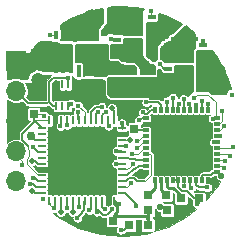
<source format=gtl>
G04 #@! TF.FileFunction,Copper,L1,Top,Signal*
%FSLAX46Y46*%
G04 Gerber Fmt 4.6, Leading zero omitted, Abs format (unit mm)*
G04 Created by KiCad (PCBNEW 4.0.6) date Mon Feb  5 06:37:18 2018*
%MOMM*%
%LPD*%
G01*
G04 APERTURE LIST*
%ADD10C,0.100000*%
%ADD11C,0.500000*%
%ADD12R,1.700000X1.700000*%
%ADD13O,1.700000X1.700000*%
%ADD14R,0.750000X0.800000*%
%ADD15R,0.800000X0.750000*%
%ADD16R,0.800000X0.800000*%
%ADD17R,0.250000X0.700000*%
%ADD18R,0.710000X0.610000*%
%ADD19R,0.300000X0.500000*%
%ADD20R,0.500000X0.300000*%
%ADD21R,1.150000X1.150000*%
%ADD22R,0.700000X0.250000*%
%ADD23R,1.287500X1.287500*%
%ADD24R,1.200000X1.200000*%
%ADD25C,1.200000*%
%ADD26C,1.500000*%
%ADD27C,0.750000*%
%ADD28R,1.440000X2.135000*%
%ADD29R,0.790000X0.420000*%
%ADD30R,2.135000X1.440000*%
%ADD31R,0.420000X0.790000*%
%ADD32R,1.300000X0.700000*%
%ADD33R,0.700000X1.300000*%
%ADD34C,0.450000*%
%ADD35C,0.550000*%
%ADD36C,0.150000*%
%ADD37C,0.125000*%
%ADD38C,0.175000*%
%ADD39C,0.250000*%
G04 APERTURE END LIST*
D10*
D11*
X152400000Y-93345000D03*
D12*
X151000000Y-84920000D03*
D13*
X151000000Y-87460000D03*
X151000000Y-90000000D03*
X151000000Y-92540000D03*
X151000000Y-95080000D03*
D14*
X161036000Y-90678000D03*
X161036000Y-89178000D03*
D15*
X164985000Y-96520000D03*
X166485000Y-96520000D03*
X162203000Y-96266000D03*
X163703000Y-96266000D03*
D14*
X152527000Y-89396000D03*
X152527000Y-87896000D03*
D15*
X159246000Y-98425000D03*
X157746000Y-98425000D03*
D16*
X162230000Y-97536000D03*
X163830000Y-97536000D03*
X162179000Y-98806000D03*
X160579000Y-98806000D03*
D17*
X154440000Y-88718000D03*
X154940000Y-88718000D03*
X155440000Y-88718000D03*
X155440000Y-86868000D03*
X154940000Y-86868000D03*
X154440000Y-86868000D03*
D18*
X155295000Y-87793000D03*
X154585000Y-87793000D03*
D19*
X162771000Y-95015000D03*
X163271000Y-95015000D03*
X163771000Y-95015000D03*
X164271000Y-95015000D03*
X164771000Y-95015000D03*
X165271000Y-95015000D03*
X165771000Y-95015000D03*
X166271000Y-95015000D03*
X166771000Y-95015000D03*
X167271000Y-95015000D03*
D20*
X168021000Y-94265000D03*
X168021000Y-93765000D03*
X168021000Y-93265000D03*
X168021000Y-92765000D03*
X168021000Y-92265000D03*
X168021000Y-91765000D03*
X168021000Y-91265000D03*
X168021000Y-90765000D03*
X168021000Y-90265000D03*
X168021000Y-89765000D03*
D19*
X167271000Y-89015000D03*
X166771000Y-89015000D03*
X166271000Y-89015000D03*
X165771000Y-89015000D03*
X165271000Y-89015000D03*
X164771000Y-89015000D03*
X164271000Y-89015000D03*
X163771000Y-89015000D03*
X163271000Y-89015000D03*
X162771000Y-89015000D03*
D20*
X162021000Y-89765000D03*
X162021000Y-90265000D03*
X162021000Y-90765000D03*
X162021000Y-91265000D03*
X162021000Y-91765000D03*
X162021000Y-92265000D03*
X162021000Y-92765000D03*
X162021000Y-93265000D03*
X162021000Y-93765000D03*
X162021000Y-94265000D03*
D21*
X166746000Y-90290000D03*
X165596000Y-90290000D03*
X164446000Y-90290000D03*
X163296000Y-90290000D03*
X166746000Y-91440000D03*
X165596000Y-91440000D03*
X164446000Y-91440000D03*
X163296000Y-91440000D03*
X166746000Y-92590000D03*
X165596000Y-92590000D03*
X164446000Y-92590000D03*
X163296000Y-92590000D03*
X166746000Y-93740000D03*
X165596000Y-93740000D03*
X164446000Y-93740000D03*
X163296000Y-93740000D03*
D22*
X153182250Y-90586250D03*
X153182250Y-91086250D03*
X153182250Y-91586250D03*
X153182250Y-92086250D03*
X153182250Y-92586250D03*
X153182250Y-93086250D03*
X153182250Y-93586250D03*
X153182250Y-94086250D03*
X153182250Y-94586250D03*
X153182250Y-95086250D03*
X153182250Y-95586250D03*
X153182250Y-96086250D03*
D17*
X153832250Y-96736250D03*
X154332250Y-96736250D03*
X154832250Y-96736250D03*
X155332250Y-96736250D03*
X155832250Y-96736250D03*
X156332250Y-96736250D03*
X156832250Y-96736250D03*
X157332250Y-96736250D03*
X157832250Y-96736250D03*
X158332250Y-96736250D03*
X158832250Y-96736250D03*
X159332250Y-96736250D03*
D22*
X159982250Y-96086250D03*
X159982250Y-95586250D03*
X159982250Y-95086250D03*
X159982250Y-94586250D03*
X159982250Y-94086250D03*
X159982250Y-93586250D03*
X159982250Y-93086250D03*
X159982250Y-92586250D03*
X159982250Y-92086250D03*
X159982250Y-91586250D03*
X159982250Y-91086250D03*
X159982250Y-90586250D03*
D17*
X159332250Y-89936250D03*
X158832250Y-89936250D03*
X158332250Y-89936250D03*
X157832250Y-89936250D03*
X157332250Y-89936250D03*
X156832250Y-89936250D03*
X156332250Y-89936250D03*
X155832250Y-89936250D03*
X155332250Y-89936250D03*
X154832250Y-89936250D03*
X154332250Y-89936250D03*
X153832250Y-89936250D03*
D23*
X158513500Y-95267500D03*
X158513500Y-93980000D03*
X158513500Y-92692500D03*
X158513500Y-91405000D03*
X157226000Y-95267500D03*
X157226000Y-93980000D03*
X157226000Y-92692500D03*
X157226000Y-91405000D03*
X155938500Y-95267500D03*
X155938500Y-93980000D03*
X155938500Y-92692500D03*
X155938500Y-91405000D03*
X154651000Y-95267500D03*
X154651000Y-93980000D03*
X154651000Y-92692500D03*
X154651000Y-91405000D03*
D24*
X152908000Y-84500000D03*
D25*
X152908000Y-86500000D03*
D26*
X168021000Y-85852000D03*
X163750000Y-82000000D03*
X157480000Y-81280000D03*
D27*
X165000000Y-98000000D03*
D11*
X159131000Y-88900000D03*
X160655000Y-91567000D03*
X152400000Y-95885000D03*
X155829000Y-97663000D03*
X154813000Y-97663000D03*
D27*
X152273000Y-91254001D03*
D28*
X165354000Y-86499500D03*
X165354000Y-83934500D03*
D29*
X166809000Y-85542000D03*
X166809000Y-84892000D03*
X166809000Y-86192000D03*
X163899000Y-86842000D03*
X166809000Y-86842000D03*
X163899000Y-86192000D03*
X163899000Y-85542000D03*
X163899000Y-84892000D03*
X166809000Y-84242000D03*
X163899000Y-83592000D03*
X163899000Y-84242000D03*
X166809000Y-83592000D03*
D28*
X161036000Y-84074000D03*
X161036000Y-81509000D03*
D29*
X162491000Y-83116500D03*
X162491000Y-82466500D03*
X162491000Y-83766500D03*
X159581000Y-84416500D03*
X162491000Y-84416500D03*
X159581000Y-83766500D03*
X159581000Y-83116500D03*
X159581000Y-82466500D03*
X162491000Y-81816500D03*
X159581000Y-81166500D03*
X159581000Y-81816500D03*
X162491000Y-81166500D03*
D30*
X157294500Y-84143000D03*
X154729500Y-84143000D03*
D31*
X156337000Y-82688000D03*
X155687000Y-82688000D03*
X156987000Y-82688000D03*
X157637000Y-85598000D03*
X157637000Y-82688000D03*
X156987000Y-85598000D03*
X156337000Y-85598000D03*
X155687000Y-85598000D03*
X155037000Y-82688000D03*
X154387000Y-85598000D03*
X155037000Y-85598000D03*
X154387000Y-82688000D03*
D32*
X160401000Y-85730000D03*
X160401000Y-87630000D03*
X162179000Y-85730000D03*
X162179000Y-87630000D03*
D33*
X159126000Y-87000000D03*
X157226000Y-87000000D03*
D34*
X155386493Y-86331097D03*
X157949393Y-86944519D03*
D35*
X158242000Y-86741000D03*
D34*
X165070147Y-89611288D03*
X167501989Y-94964873D03*
X159131000Y-91313000D03*
X154305000Y-87249000D03*
X155295000Y-87793000D03*
X156062691Y-87106432D03*
X153798493Y-94094909D03*
X156845000Y-86741028D03*
D35*
X156337000Y-86741000D03*
D34*
X155956000Y-86614000D03*
D35*
X157607000Y-86741000D03*
D34*
X158115000Y-88011000D03*
X166345210Y-93240998D03*
X165000000Y-98000000D03*
X161544000Y-94488000D03*
X163750002Y-90290000D03*
X160655000Y-88519000D03*
X154600510Y-91455490D03*
X158477508Y-95015959D03*
X156972000Y-98425000D03*
X157226000Y-95267500D03*
X154585000Y-87793000D03*
X158551564Y-82367436D03*
X154432000Y-85089980D03*
X153289010Y-85598000D03*
X153924000Y-85090000D03*
X169292422Y-87755586D03*
X166370000Y-97028000D03*
X164286104Y-83075403D03*
X164404043Y-84642957D03*
X165859100Y-84521400D03*
X152908000Y-85344000D03*
X152146000Y-85725000D03*
X151638000Y-85979000D03*
X151130000Y-85979000D03*
X150622000Y-85979000D03*
X152146000Y-85217000D03*
X152146000Y-84582000D03*
X153416000Y-83566000D03*
X152908000Y-83693000D03*
X160147000Y-81534000D03*
X159004000Y-81534000D03*
X159004000Y-82169000D03*
X160147000Y-82169000D03*
X160000000Y-80750000D03*
X159500000Y-80500000D03*
X159000000Y-80750000D03*
X161036000Y-81509000D03*
X165249982Y-82500000D03*
X165750000Y-82500000D03*
X166243000Y-83058016D03*
X163449000Y-83820000D03*
X163449000Y-84582000D03*
X165354000Y-83934500D03*
X153416024Y-89535000D03*
X165683278Y-88533226D03*
X155693609Y-88517121D03*
X159721990Y-97008041D03*
X159955973Y-90185956D03*
X162179000Y-98171000D03*
D35*
X163250000Y-97250000D03*
D34*
X159893000Y-99187000D03*
X151511000Y-93726000D03*
X153340998Y-96561252D03*
X168783000Y-86995000D03*
X167386000Y-84836000D03*
X167894000Y-84664340D03*
X167513000Y-84328000D03*
X165867164Y-95625928D03*
X169099941Y-92935038D03*
X163068000Y-83312000D03*
X155750000Y-81750000D03*
X155250000Y-82000000D03*
X156250000Y-81500000D03*
X168330589Y-91264063D03*
X152495295Y-94837978D03*
X152182572Y-95320516D03*
X157861000Y-97663000D03*
X159126777Y-97426875D03*
X158520161Y-97462743D03*
X168654067Y-90429594D03*
X156337000Y-86106000D03*
X160147000Y-85725000D03*
X168473180Y-89103267D03*
X167766239Y-91765003D03*
X153924000Y-82677000D03*
X159020298Y-83015173D03*
X168748246Y-93389955D03*
X162110865Y-85091164D03*
X168652847Y-93986306D03*
X169418000Y-92201986D03*
X162433000Y-80645000D03*
X167214990Y-95615884D03*
X163166392Y-85194311D03*
X160274000Y-86614000D03*
X166116000Y-88011000D03*
X167671001Y-89779588D03*
D35*
X168402000Y-94615000D03*
D34*
X166878000Y-83185000D03*
X165260524Y-95470476D03*
X161163000Y-97155000D03*
X152440574Y-92164935D03*
X167259000Y-88518988D03*
X156364944Y-97288001D03*
X166736250Y-88279469D03*
X155321001Y-97343724D03*
X166255045Y-88594222D03*
X154224528Y-97362472D03*
X157236342Y-97539447D03*
X165227000Y-88157010D03*
X157948890Y-89252877D03*
X164801990Y-88545701D03*
X164338000Y-88030010D03*
X158265743Y-88773038D03*
X158638706Y-89243022D03*
X163837400Y-88347990D03*
X158862089Y-90381783D03*
X162049998Y-88392011D03*
X161761014Y-89265142D03*
X156210000Y-98171000D03*
X161417212Y-89927965D03*
X156252368Y-89265667D03*
X160909000Y-93620612D03*
X161271148Y-91691593D03*
X161265807Y-92266580D03*
X160782000Y-95250000D03*
X160842600Y-92770600D03*
X159507252Y-93599000D03*
X160340393Y-92077917D03*
X159517572Y-92541931D03*
X154784169Y-90411248D03*
X155353644Y-90331644D03*
X156266827Y-88682228D03*
D36*
X154154999Y-86317999D02*
X155373395Y-86317999D01*
X155373395Y-86317999D02*
X155386493Y-86331097D01*
X155386493Y-86331097D02*
X155389999Y-86317999D01*
X155389999Y-86317999D02*
X155389999Y-86327591D01*
X155389999Y-86327591D02*
X155386493Y-86331097D01*
X153797000Y-88350000D02*
X153650999Y-88496001D01*
X153650999Y-88496001D02*
X152036001Y-88496001D01*
X152036001Y-88496001D02*
X151849999Y-88309999D01*
X151849999Y-88309999D02*
X151000000Y-87460000D01*
X154440000Y-88718000D02*
X154165000Y-88718000D01*
X153797000Y-86675998D02*
X154154999Y-86317999D01*
X155389999Y-86317999D02*
X155440000Y-86368000D01*
X154165000Y-88718000D02*
X153797000Y-88350000D01*
X153797000Y-88350000D02*
X153797000Y-86675998D01*
X155440000Y-86368000D02*
X155440000Y-86868000D01*
D37*
X157607000Y-86741000D02*
X157810519Y-86944519D01*
X157810519Y-86944519D02*
X157949393Y-86944519D01*
X158242000Y-86758000D02*
X158242000Y-86741000D01*
X158000000Y-87000000D02*
X158242000Y-86758000D01*
X167451862Y-95015000D02*
X167501989Y-94964873D01*
X167271000Y-95015000D02*
X167451862Y-95015000D01*
D36*
X154585000Y-87793000D02*
X154585000Y-87529000D01*
X154585000Y-87529000D02*
X154305000Y-87249000D01*
D37*
X156062691Y-86720691D02*
X156062691Y-87106432D01*
X155956000Y-86614000D02*
X156062691Y-86720691D01*
X155376123Y-87793000D02*
X156062691Y-87106432D01*
X155295000Y-87793000D02*
X155376123Y-87793000D01*
D36*
X153182250Y-94086250D02*
X153798493Y-94094909D01*
X153798493Y-94094909D02*
X154544750Y-94086250D01*
D10*
X153182250Y-94086250D02*
X153789834Y-94086250D01*
X153789834Y-94086250D02*
X153798493Y-94094909D01*
D37*
X156776224Y-86741028D02*
X156845000Y-86741028D01*
X156617266Y-86899986D02*
X156776224Y-86741028D01*
X162021000Y-94265000D02*
X161767000Y-94265000D01*
X161767000Y-94265000D02*
X161544000Y-94488000D01*
X164446000Y-90290000D02*
X163750002Y-90290000D01*
D36*
X161036000Y-89420000D02*
X161036000Y-88900000D01*
X161036000Y-88900000D02*
X160655000Y-88519000D01*
X161830000Y-90265000D02*
X162021000Y-90265000D01*
X154332250Y-91187230D02*
X154375511Y-91230491D01*
X154332250Y-89936250D02*
X154332250Y-91187230D01*
X154375511Y-91230491D02*
X154600510Y-91455490D01*
X152527000Y-87896000D02*
X152527000Y-87921000D01*
X158832250Y-95370701D02*
X158477508Y-95015959D01*
X158832250Y-96736250D02*
X158832250Y-95370701D01*
X157746000Y-98425000D02*
X156972000Y-98425000D01*
X159982250Y-91086250D02*
X158832250Y-91086250D01*
X158832250Y-91086250D02*
X158513500Y-91405000D01*
X154544750Y-94086250D02*
X154651000Y-93980000D01*
X154440000Y-86868000D02*
X154440000Y-87648000D01*
X154440000Y-87648000D02*
X154585000Y-87793000D01*
D10*
X158750000Y-82169000D02*
X158551564Y-82367436D01*
X159004000Y-82169000D02*
X158750000Y-82169000D01*
X153797030Y-85089980D02*
X154432000Y-85089980D01*
X153289010Y-85598000D02*
X153797030Y-85089980D01*
X154729500Y-84792480D02*
X154432000Y-85089980D01*
X154729500Y-84143000D02*
X154729500Y-84792480D01*
D38*
X164771000Y-95599690D02*
X165103809Y-95932499D01*
X164771000Y-95015000D02*
X164771000Y-95599690D01*
X165103809Y-95932499D02*
X165515995Y-95932499D01*
X165515995Y-95932499D02*
X166103496Y-96520000D01*
X166103496Y-96520000D02*
X166485000Y-96520000D01*
D36*
X166485000Y-96520000D02*
X166485000Y-96913000D01*
X166485000Y-96913000D02*
X166370000Y-97028000D01*
D10*
X164193597Y-83075403D02*
X164286104Y-83075403D01*
X163449000Y-83820000D02*
X164193597Y-83075403D01*
X165249982Y-83912282D02*
X165859100Y-84521400D01*
X166243000Y-83058016D02*
X165859100Y-83441916D01*
X165249982Y-82500000D02*
X165249982Y-83912282D01*
X165859100Y-83441916D02*
X165859100Y-84521400D01*
X155687000Y-85598000D02*
X155687000Y-85456000D01*
X155687000Y-85456000D02*
X155321000Y-85090000D01*
X152146000Y-85725000D02*
X152527000Y-85725000D01*
X152527000Y-85725000D02*
X152908000Y-85344000D01*
X152146000Y-85217000D02*
X152146000Y-85725000D01*
X151130000Y-85979000D02*
X151638000Y-85979000D01*
X150622000Y-85979000D02*
X151130000Y-85979000D01*
X152908000Y-84500000D02*
X152228000Y-84500000D01*
X152228000Y-84500000D02*
X152146000Y-84582000D01*
X153142000Y-83566000D02*
X153416000Y-83566000D01*
X152908000Y-83800000D02*
X153142000Y-83566000D01*
X152908000Y-84500000D02*
X152908000Y-83800000D01*
X159004000Y-81534000D02*
X160147000Y-81534000D01*
X159581000Y-82466500D02*
X159849500Y-82466500D01*
X159849500Y-82466500D02*
X160147000Y-82169000D01*
X159500000Y-80500000D02*
X159750000Y-80500000D01*
X159750000Y-80500000D02*
X160000000Y-80750000D01*
X159581000Y-81166500D02*
X159416500Y-81166500D01*
X159416500Y-81166500D02*
X159000000Y-80750000D01*
X165750000Y-82500000D02*
X165249982Y-82500000D01*
X165249982Y-82891018D02*
X165249982Y-82500000D01*
X163899000Y-84242000D02*
X165249982Y-82891018D01*
X165249982Y-82781018D02*
X165249982Y-82500000D01*
X163449000Y-84582000D02*
X165249982Y-82781018D01*
X165750000Y-82565016D02*
X165750000Y-82500000D01*
X166243000Y-83058016D02*
X165750000Y-82565016D01*
X165354000Y-83934500D02*
X165354000Y-83439000D01*
X163899000Y-83592000D02*
X165011500Y-83592000D01*
X165011500Y-83592000D02*
X165354000Y-83934500D01*
D38*
X164271000Y-95015000D02*
X164771000Y-95015000D01*
D39*
X159332250Y-96736250D02*
X159347250Y-96736250D01*
X159347250Y-96736250D02*
X159512000Y-96901000D01*
X159512000Y-96901000D02*
X159614949Y-96901000D01*
X159614949Y-96901000D02*
X159721990Y-97008041D01*
D36*
X151511000Y-91059000D02*
X151511000Y-91560812D01*
D37*
X152025188Y-92362312D02*
X152025188Y-92075000D01*
D36*
X151511000Y-91560812D02*
X152025188Y-92075000D01*
X152527000Y-90043000D02*
X151511000Y-91059000D01*
X152527000Y-89931000D02*
X152527000Y-90043000D01*
D10*
X153277024Y-89396000D02*
X153416024Y-89535000D01*
X152527000Y-89396000D02*
X153277024Y-89396000D01*
D36*
X165771000Y-89015000D02*
X165771000Y-88620948D01*
X165771000Y-88620948D02*
X165683278Y-88533226D01*
D37*
X152146000Y-92483124D02*
X152025188Y-92362312D01*
X152146000Y-92964000D02*
X152146000Y-92483124D01*
X151923501Y-93630501D02*
X151923501Y-93186499D01*
X152879250Y-94586250D02*
X151923501Y-93630501D01*
X153182250Y-94586250D02*
X152879250Y-94586250D01*
X151923501Y-93186499D02*
X152146000Y-92964000D01*
X152527000Y-89931000D02*
X152532250Y-89936250D01*
X152532250Y-89936250D02*
X153832250Y-89936250D01*
D36*
X159246000Y-98425000D02*
X159246000Y-98183000D01*
X159246000Y-98183000D02*
X159385000Y-98044000D01*
X155468610Y-88742120D02*
X155693609Y-88517121D01*
X155464120Y-88742120D02*
X155468610Y-88742120D01*
X155440000Y-88718000D02*
X155464120Y-88742120D01*
D39*
X159982250Y-90586250D02*
X159982250Y-90211250D01*
X159956956Y-90185956D02*
X159955973Y-90185956D01*
X159982250Y-90211250D02*
X159956956Y-90185956D01*
D36*
X152527000Y-89396000D02*
X152527000Y-89931000D01*
X152527000Y-89931000D02*
X153182250Y-90586250D01*
D39*
X159332250Y-97924406D02*
X159332250Y-97991250D01*
X159601779Y-97654877D02*
X159332250Y-97924406D01*
X159601779Y-97198873D02*
X159601779Y-97654877D01*
X159332250Y-96929344D02*
X159601779Y-97198873D01*
X159332250Y-96736250D02*
X159332250Y-96929344D01*
X159385000Y-98044000D02*
X162052000Y-98044000D01*
X162052000Y-98044000D02*
X162179000Y-98171000D01*
D36*
X159332250Y-97991250D02*
X159385000Y-98044000D01*
D39*
X162179000Y-98806000D02*
X162179000Y-98171000D01*
X162230000Y-97536000D02*
X162230000Y-98120000D01*
X162230000Y-98120000D02*
X162179000Y-98171000D01*
D38*
X164985000Y-96520000D02*
X164985000Y-96291000D01*
X164985000Y-96291000D02*
X164846000Y-96152000D01*
D39*
X163771000Y-95015000D02*
X163771000Y-95515000D01*
X164335000Y-95641000D02*
X164960000Y-96266000D01*
X163896999Y-95640999D02*
X164335000Y-95641000D01*
X163771000Y-95515000D02*
X163896999Y-95640999D01*
X164960000Y-96266000D02*
X164985000Y-96266000D01*
X162771000Y-95015000D02*
X162771000Y-95698000D01*
X162771000Y-95698000D02*
X162203000Y-96266000D01*
X163271000Y-95015000D02*
X163271000Y-95834000D01*
X163271000Y-95834000D02*
X163703000Y-96266000D01*
D37*
X163250000Y-97250000D02*
X163544000Y-97250000D01*
X163544000Y-97250000D02*
X163830000Y-97536000D01*
D36*
X159893000Y-99187000D02*
X160198000Y-99187000D01*
X160198000Y-99187000D02*
X160579000Y-98806000D01*
D37*
X151511000Y-93726000D02*
X151511000Y-93407802D01*
X151511000Y-93407802D02*
X151000000Y-92896802D01*
X151000000Y-92896802D02*
X151000000Y-92540000D01*
D36*
X168021000Y-85852000D02*
X168021000Y-86233000D01*
X168021000Y-86233000D02*
X168783000Y-86995000D01*
X167386000Y-84836000D02*
X167722340Y-84836000D01*
X167722340Y-84836000D02*
X167894000Y-84664340D01*
X167513000Y-84328000D02*
X167557660Y-84328000D01*
X167557660Y-84328000D02*
X167894000Y-84664340D01*
X165771000Y-95529764D02*
X165867164Y-95625928D01*
X165771000Y-95015000D02*
X165771000Y-95529764D01*
D10*
X168021000Y-92765000D02*
X168929903Y-92765000D01*
X168929903Y-92765000D02*
X169099941Y-92935038D01*
D36*
X156250000Y-81500000D02*
X155750000Y-81500000D01*
X155750000Y-81500000D02*
X155250000Y-82000000D01*
D10*
X168329652Y-91265000D02*
X168330589Y-91264063D01*
X168021000Y-91265000D02*
X168329652Y-91265000D01*
D36*
X152888174Y-95086250D02*
X152639902Y-94837978D01*
X153182250Y-95086250D02*
X152888174Y-95086250D01*
X152639902Y-94837978D02*
X152495295Y-94837978D01*
X152749045Y-95586250D02*
X152483311Y-95320516D01*
X152483311Y-95320516D02*
X152182572Y-95320516D01*
X153182250Y-95586250D02*
X152749045Y-95586250D01*
X157861000Y-97663000D02*
X157963252Y-97560748D01*
X157963252Y-97560748D02*
X157963252Y-97507250D01*
X159126777Y-97540223D02*
X159126777Y-97426875D01*
X158817001Y-97849999D02*
X159126777Y-97540223D01*
X158373002Y-97917000D02*
X158645999Y-97917000D01*
X158645999Y-97917000D02*
X158713000Y-97849999D01*
X158713000Y-97849999D02*
X158817001Y-97849999D01*
X157832250Y-97507250D02*
X157963252Y-97507250D01*
X157963252Y-97507250D02*
X158373002Y-97917000D01*
X157832250Y-96736250D02*
X157832250Y-97507250D01*
X158332250Y-97274832D02*
X158520161Y-97462743D01*
X158332250Y-96736250D02*
X158332250Y-97274832D01*
X159131000Y-88900000D02*
X159332250Y-89101250D01*
X159332250Y-89101250D02*
X159332250Y-89936250D01*
D37*
X159982250Y-91586250D02*
X160635750Y-91586250D01*
X160635750Y-91586250D02*
X160655000Y-91567000D01*
D36*
X160001500Y-91567000D02*
X159982250Y-91586250D01*
X152400000Y-95885000D02*
X152601250Y-96086250D01*
X152601250Y-96086250D02*
X153182250Y-96086250D01*
D10*
X168021000Y-90765000D02*
X168318661Y-90765000D01*
X168318661Y-90765000D02*
X168654067Y-90429594D01*
X156337000Y-85598000D02*
X156337000Y-86106000D01*
X160725000Y-85725000D02*
X160147000Y-85725000D01*
X160750000Y-85750000D02*
X160725000Y-85725000D01*
X168187214Y-90265000D02*
X168473180Y-89979034D01*
X168021000Y-90265000D02*
X168187214Y-90265000D01*
X168473180Y-89979034D02*
X168473180Y-89103267D01*
X167766242Y-91765000D02*
X167766239Y-91765003D01*
X168021000Y-91765000D02*
X167766242Y-91765000D01*
X153924000Y-82677000D02*
X154376000Y-82677000D01*
X154376000Y-82677000D02*
X154387000Y-82688000D01*
X159581000Y-83116500D02*
X159479673Y-83015173D01*
X159479673Y-83015173D02*
X159020298Y-83015173D01*
X168623291Y-93265000D02*
X168748246Y-93389955D01*
X168021000Y-93265000D02*
X168623291Y-93265000D01*
X162053164Y-85091164D02*
X162110865Y-85091164D01*
X161036000Y-84074000D02*
X162053164Y-85091164D01*
X168021000Y-93765000D02*
X168431541Y-93765000D01*
X168431541Y-93765000D02*
X168652847Y-93986306D01*
X168021000Y-92265000D02*
X169354986Y-92265000D01*
X169354986Y-92265000D02*
X169418000Y-92201986D01*
X162433000Y-80645000D02*
X162433000Y-81108500D01*
X162433000Y-81108500D02*
X162491000Y-81166500D01*
D36*
X166271000Y-95015000D02*
X166271000Y-95415000D01*
X166271000Y-95415000D02*
X166471884Y-95615884D01*
X166471884Y-95615884D02*
X167214990Y-95615884D01*
X163166392Y-85194311D02*
X163514081Y-85542000D01*
X163514081Y-85542000D02*
X163899000Y-85542000D01*
D10*
X160750000Y-87250000D02*
X162250000Y-87250000D01*
X160274000Y-86614000D02*
X160274000Y-86774000D01*
X160274000Y-86774000D02*
X160750000Y-87250000D01*
X160274000Y-86614000D02*
X159886000Y-86614000D01*
X159886000Y-86614000D02*
X159500000Y-87000000D01*
X166604500Y-87750000D02*
X166377000Y-87750000D01*
X166377000Y-87750000D02*
X166116000Y-88011000D01*
D38*
X167491001Y-94527501D02*
X167753502Y-94265000D01*
X166771000Y-95015000D02*
X166771000Y-94590000D01*
X166771000Y-94590000D02*
X166833499Y-94527501D01*
X166833499Y-94527501D02*
X167491001Y-94527501D01*
X167753502Y-94265000D02*
X168021000Y-94265000D01*
D10*
X168021000Y-89765000D02*
X167685589Y-89765000D01*
X167685589Y-89765000D02*
X167671001Y-89779588D01*
X168052000Y-94265000D02*
X168402000Y-94615000D01*
X168021000Y-94265000D02*
X168052000Y-94265000D01*
X166604500Y-87750000D02*
X167250000Y-87750000D01*
X167250000Y-87750000D02*
X167917956Y-88417956D01*
X167917956Y-88417956D02*
X167917956Y-89661956D01*
X167917956Y-89661956D02*
X168021000Y-89765000D01*
X166878000Y-83185000D02*
X166878000Y-83523000D01*
D37*
X165271000Y-95015000D02*
X165271000Y-95460000D01*
X165271000Y-95460000D02*
X165260524Y-95470476D01*
D36*
X166878000Y-83523000D02*
X166809000Y-83592000D01*
D38*
X166751000Y-83534000D02*
X166809000Y-83592000D01*
D36*
X159982250Y-96086250D02*
X160207250Y-96086250D01*
X160207250Y-96086250D02*
X161163000Y-97042000D01*
X161163000Y-97042000D02*
X161163000Y-97155000D01*
X152861889Y-92586250D02*
X152440574Y-92164935D01*
X153182250Y-92586250D02*
X152861889Y-92586250D01*
D37*
X152400000Y-93345000D02*
X152626553Y-93345000D01*
D36*
X152626553Y-93345000D02*
X152867803Y-93586250D01*
X152867803Y-93586250D02*
X153182250Y-93586250D01*
X155829000Y-97663000D02*
X155829000Y-96739500D01*
X155829000Y-96739500D02*
X155832250Y-96736250D01*
X154832250Y-96736250D02*
X154832250Y-97643750D01*
X154832250Y-97643750D02*
X154813000Y-97663000D01*
X167271000Y-88530988D02*
X167259000Y-88518988D01*
X167271000Y-89015000D02*
X167271000Y-88530988D01*
X156332250Y-97255307D02*
X156364944Y-97288001D01*
X156332250Y-96736250D02*
X156332250Y-97255307D01*
X166771000Y-88314219D02*
X166736250Y-88279469D01*
X166771000Y-89015000D02*
X166771000Y-88314219D01*
X155321001Y-97343724D02*
X155321001Y-96747499D01*
X155321001Y-96747499D02*
X155332250Y-96736250D01*
X166271000Y-89015000D02*
X166271000Y-88610177D01*
X166271000Y-88610177D02*
X166255045Y-88594222D01*
D10*
X154224528Y-97362472D02*
X153924000Y-97061944D01*
X153924000Y-97061944D02*
X153924000Y-96901000D01*
X153924000Y-96901000D02*
X153832250Y-96809250D01*
X153832250Y-96809250D02*
X153832250Y-96736250D01*
D36*
X154332250Y-97254750D02*
X154224528Y-97362472D01*
X154332250Y-96736250D02*
X154332250Y-97254750D01*
X165227000Y-88706415D02*
X165227000Y-88157010D01*
X165227000Y-88971000D02*
X165227000Y-88706415D01*
X165271000Y-89015000D02*
X165227000Y-88971000D01*
X157332250Y-97443539D02*
X157236342Y-97539447D01*
X157332250Y-96736250D02*
X157332250Y-97443539D01*
X157832250Y-89936250D02*
X157832250Y-89369517D01*
X157832250Y-89369517D02*
X157948890Y-89252877D01*
X164771000Y-89015000D02*
X164771000Y-88576691D01*
X164771000Y-88576691D02*
X164801990Y-88545701D01*
X164338000Y-88948000D02*
X164338000Y-88030010D01*
X164271000Y-89015000D02*
X164338000Y-88948000D01*
X157332250Y-89255781D02*
X157814993Y-88773038D01*
X157332250Y-89936250D02*
X157332250Y-89255781D01*
X157814993Y-88773038D02*
X158265743Y-88773038D01*
X158332250Y-89936250D02*
X158332250Y-89518870D01*
X158608098Y-89243022D02*
X158638706Y-89243022D01*
X158332250Y-89518870D02*
X158608098Y-89243022D01*
X163771000Y-88414390D02*
X163837400Y-88347990D01*
X163771000Y-89015000D02*
X163771000Y-88414390D01*
X158832250Y-90351944D02*
X158862089Y-90381783D01*
X158832250Y-89936250D02*
X158832250Y-90351944D01*
X163271000Y-89015000D02*
X163271000Y-88615000D01*
X163271000Y-88615000D02*
X163048011Y-88392011D01*
X163048011Y-88392011D02*
X162049998Y-88392011D01*
X161910871Y-89414999D02*
X161761014Y-89265142D01*
X162471000Y-89015000D02*
X162071001Y-89414999D01*
X162071001Y-89414999D02*
X161910871Y-89414999D01*
X162771000Y-89015000D02*
X162471000Y-89015000D01*
X156591000Y-97790000D02*
X156591000Y-97690947D01*
X156591000Y-97690947D02*
X156789945Y-97492002D01*
X156789945Y-97492002D02*
X156789945Y-96778555D01*
X156789945Y-96778555D02*
X156832250Y-96736250D01*
X156210000Y-98171000D02*
X156591000Y-97790000D01*
X161715909Y-89765000D02*
X161552944Y-89927965D01*
X162021000Y-89765000D02*
X161715909Y-89765000D01*
X161552944Y-89927965D02*
X161417212Y-89927965D01*
X156252368Y-89583865D02*
X156252368Y-89265667D01*
X156252368Y-89856368D02*
X156252368Y-89583865D01*
X156332250Y-89936250D02*
X156252368Y-89856368D01*
D10*
X160684001Y-93845611D02*
X160909000Y-93620612D01*
X160443362Y-94086250D02*
X160684001Y-93845611D01*
X159982250Y-94086250D02*
X160443362Y-94086250D01*
X161354409Y-91691593D02*
X161271148Y-91691593D01*
X161781002Y-91265000D02*
X161354409Y-91691593D01*
X162021000Y-91265000D02*
X161781002Y-91265000D01*
D37*
X161265807Y-92145193D02*
X161265807Y-92266580D01*
X161306906Y-92104094D02*
X161265807Y-92145193D01*
X161468991Y-92104094D02*
X161306906Y-92104094D01*
X161808085Y-91765000D02*
X161468991Y-92104094D01*
X162021000Y-91765000D02*
X161808085Y-91765000D01*
X160445750Y-95586250D02*
X160782000Y-95250000D01*
X159982250Y-95586250D02*
X160445750Y-95586250D01*
D10*
X161798000Y-92329000D02*
X161356400Y-92770600D01*
X161356400Y-92770600D02*
X161160798Y-92770600D01*
X162021000Y-92265000D02*
X161957000Y-92329000D01*
X161160798Y-92770600D02*
X160842600Y-92770600D01*
X161957000Y-92329000D02*
X161798000Y-92329000D01*
X159982250Y-93586250D02*
X159520002Y-93586250D01*
X159520002Y-93586250D02*
X159507252Y-93599000D01*
D36*
X160986002Y-94824998D02*
X161247254Y-95086250D01*
X160577998Y-94824998D02*
X160986002Y-94824998D01*
X159982250Y-95086250D02*
X160316746Y-95086250D01*
X160316746Y-95086250D02*
X160577998Y-94824998D01*
X161247254Y-95086250D02*
X161961750Y-95086250D01*
D37*
X161961750Y-95086250D02*
X162458501Y-94589499D01*
X162458501Y-94589499D02*
X162458501Y-92827501D01*
X162458501Y-92827501D02*
X162396000Y-92765000D01*
X162396000Y-92765000D02*
X162021000Y-92765000D01*
D36*
X160529246Y-93086250D02*
X160638598Y-93195602D01*
X161134604Y-93195602D02*
X161204002Y-93265000D01*
X160638598Y-93195602D02*
X161134604Y-93195602D01*
X159982250Y-93086250D02*
X160529246Y-93086250D01*
X161621000Y-93265000D02*
X162021000Y-93265000D01*
X161204002Y-93265000D02*
X161621000Y-93265000D01*
X161621000Y-93765000D02*
X162021000Y-93765000D01*
X161113001Y-94045613D02*
X161393614Y-93765000D01*
X160427822Y-94586250D02*
X160968459Y-94045613D01*
X160968459Y-94045613D02*
X161113001Y-94045613D01*
X159982250Y-94586250D02*
X160427822Y-94586250D01*
X161393614Y-93765000D02*
X161621000Y-93765000D01*
X159990583Y-92077917D02*
X160022195Y-92077917D01*
X159982250Y-92086250D02*
X159990583Y-92077917D01*
X160022195Y-92077917D02*
X160340393Y-92077917D01*
X159982250Y-92586250D02*
X159937931Y-92541931D01*
X159835770Y-92541931D02*
X159517572Y-92541931D01*
X159937931Y-92541931D02*
X159835770Y-92541931D01*
X161036000Y-90920000D02*
X161191000Y-90765000D01*
X161191000Y-90765000D02*
X162021000Y-90765000D01*
D10*
X154832250Y-89936250D02*
X154832250Y-90363167D01*
X154832250Y-90363167D02*
X154784169Y-90411248D01*
D36*
X154810457Y-89958043D02*
X154810457Y-90016344D01*
X154832250Y-89936250D02*
X154810457Y-89958043D01*
D10*
X155353644Y-90013446D02*
X155353644Y-90331644D01*
X155353644Y-89957644D02*
X155353644Y-90013446D01*
X155332250Y-89936250D02*
X155353644Y-89957644D01*
X156832250Y-89936250D02*
X156832250Y-89247651D01*
X156832250Y-89247651D02*
X156266827Y-88682228D01*
D36*
X152273000Y-91254001D02*
X152605249Y-91586250D01*
X152605249Y-91586250D02*
X153182250Y-91586250D01*
G36*
X154100016Y-83348390D02*
X154177000Y-83359330D01*
X154540454Y-83359330D01*
X154554271Y-83380010D01*
X154566707Y-83395164D01*
X154604836Y-83433293D01*
X154619990Y-83445729D01*
X154664811Y-83475676D01*
X154682100Y-83484917D01*
X154731897Y-83505545D01*
X154750656Y-83511236D01*
X154803543Y-83521755D01*
X154823052Y-83523676D01*
X154850000Y-83525000D01*
X155733922Y-83525000D01*
X155728245Y-83553543D01*
X155726324Y-83573052D01*
X155725000Y-83600000D01*
X155725000Y-85721657D01*
X153303618Y-85717097D01*
X153167997Y-85660087D01*
X152999905Y-85625583D01*
X152828313Y-85624385D01*
X152659756Y-85656539D01*
X152500654Y-85720820D01*
X152357069Y-85814780D01*
X152234468Y-85934839D01*
X152137521Y-86076426D01*
X152069922Y-86234146D01*
X152045664Y-86348270D01*
X151978859Y-86415075D01*
X151972266Y-86420486D01*
X151968008Y-86422762D01*
X151963386Y-86424164D01*
X151954895Y-86425000D01*
X151445561Y-86425000D01*
X151239344Y-86359584D01*
X151021150Y-86335110D01*
X151005443Y-86335000D01*
X150994557Y-86335000D01*
X150776043Y-86356425D01*
X150565853Y-86419886D01*
X150556235Y-86425000D01*
X150325000Y-86425000D01*
X150325000Y-84325000D01*
X152000000Y-84325000D01*
X152015858Y-84323445D01*
X152031803Y-84323441D01*
X152047360Y-84320356D01*
X152063126Y-84318810D01*
X152078381Y-84314204D01*
X152094020Y-84311103D01*
X152108675Y-84305058D01*
X152123848Y-84300477D01*
X152137919Y-84292995D01*
X152152657Y-84286916D01*
X152165860Y-84278139D01*
X152179852Y-84270699D01*
X152192201Y-84260628D01*
X152205478Y-84251801D01*
X152216724Y-84240627D01*
X152229006Y-84230610D01*
X152239167Y-84218328D01*
X152250473Y-84207094D01*
X152253340Y-84203577D01*
X152681166Y-83671171D01*
X153047060Y-83325000D01*
X154048127Y-83325000D01*
X154100016Y-83348390D01*
X154100016Y-83348390D01*
G37*
X154100016Y-83348390D02*
X154177000Y-83359330D01*
X154540454Y-83359330D01*
X154554271Y-83380010D01*
X154566707Y-83395164D01*
X154604836Y-83433293D01*
X154619990Y-83445729D01*
X154664811Y-83475676D01*
X154682100Y-83484917D01*
X154731897Y-83505545D01*
X154750656Y-83511236D01*
X154803543Y-83521755D01*
X154823052Y-83523676D01*
X154850000Y-83525000D01*
X155733922Y-83525000D01*
X155728245Y-83553543D01*
X155726324Y-83573052D01*
X155725000Y-83600000D01*
X155725000Y-85721657D01*
X153303618Y-85717097D01*
X153167997Y-85660087D01*
X152999905Y-85625583D01*
X152828313Y-85624385D01*
X152659756Y-85656539D01*
X152500654Y-85720820D01*
X152357069Y-85814780D01*
X152234468Y-85934839D01*
X152137521Y-86076426D01*
X152069922Y-86234146D01*
X152045664Y-86348270D01*
X151978859Y-86415075D01*
X151972266Y-86420486D01*
X151968008Y-86422762D01*
X151963386Y-86424164D01*
X151954895Y-86425000D01*
X151445561Y-86425000D01*
X151239344Y-86359584D01*
X151021150Y-86335110D01*
X151005443Y-86335000D01*
X150994557Y-86335000D01*
X150776043Y-86356425D01*
X150565853Y-86419886D01*
X150556235Y-86425000D01*
X150325000Y-86425000D01*
X150325000Y-84325000D01*
X152000000Y-84325000D01*
X152015858Y-84323445D01*
X152031803Y-84323441D01*
X152047360Y-84320356D01*
X152063126Y-84318810D01*
X152078381Y-84314204D01*
X152094020Y-84311103D01*
X152108675Y-84305058D01*
X152123848Y-84300477D01*
X152137919Y-84292995D01*
X152152657Y-84286916D01*
X152165860Y-84278139D01*
X152179852Y-84270699D01*
X152192201Y-84260628D01*
X152205478Y-84251801D01*
X152216724Y-84240627D01*
X152229006Y-84230610D01*
X152239167Y-84218328D01*
X152250473Y-84207094D01*
X152253340Y-84203577D01*
X152681166Y-83671171D01*
X153047060Y-83325000D01*
X154048127Y-83325000D01*
X154100016Y-83348390D01*
G36*
X166414000Y-84078330D02*
X167204000Y-84078330D01*
X167245761Y-84075000D01*
X167593038Y-84075000D01*
X168019647Y-84590681D01*
X168917589Y-86251390D01*
X169229365Y-87258577D01*
X169150568Y-87273608D01*
X169059653Y-87310340D01*
X168977604Y-87364032D01*
X168907547Y-87432637D01*
X168852149Y-87513544D01*
X168813521Y-87603670D01*
X168798359Y-87675000D01*
X167634620Y-87675000D01*
X167479810Y-87520190D01*
X167456612Y-87501135D01*
X167433614Y-87481838D01*
X167432117Y-87481015D01*
X167430796Y-87479930D01*
X167404346Y-87465748D01*
X167378031Y-87451281D01*
X167376401Y-87450764D01*
X167374896Y-87449957D01*
X167346198Y-87441183D01*
X167317571Y-87432102D01*
X167315873Y-87431912D01*
X167314239Y-87431412D01*
X167284365Y-87428377D01*
X167254538Y-87425032D01*
X167251197Y-87425008D01*
X167251134Y-87425002D01*
X167251075Y-87425008D01*
X167250000Y-87425000D01*
X166377000Y-87425000D01*
X166350330Y-87427615D01*
X166350330Y-85432000D01*
X166346838Y-85388207D01*
X166325000Y-85317689D01*
X166325000Y-85110907D01*
X166339390Y-85078984D01*
X166350330Y-85002000D01*
X166350330Y-84616180D01*
X166357557Y-84584370D01*
X166359121Y-84472372D01*
X166350330Y-84427973D01*
X166350330Y-84075330D01*
X166353684Y-84075000D01*
X166390567Y-84075000D01*
X166414000Y-84078330D01*
X166414000Y-84078330D01*
G37*
X166414000Y-84078330D02*
X167204000Y-84078330D01*
X167245761Y-84075000D01*
X167593038Y-84075000D01*
X168019647Y-84590681D01*
X168917589Y-86251390D01*
X169229365Y-87258577D01*
X169150568Y-87273608D01*
X169059653Y-87310340D01*
X168977604Y-87364032D01*
X168907547Y-87432637D01*
X168852149Y-87513544D01*
X168813521Y-87603670D01*
X168798359Y-87675000D01*
X167634620Y-87675000D01*
X167479810Y-87520190D01*
X167456612Y-87501135D01*
X167433614Y-87481838D01*
X167432117Y-87481015D01*
X167430796Y-87479930D01*
X167404346Y-87465748D01*
X167378031Y-87451281D01*
X167376401Y-87450764D01*
X167374896Y-87449957D01*
X167346198Y-87441183D01*
X167317571Y-87432102D01*
X167315873Y-87431912D01*
X167314239Y-87431412D01*
X167284365Y-87428377D01*
X167254538Y-87425032D01*
X167251197Y-87425008D01*
X167251134Y-87425002D01*
X167251075Y-87425008D01*
X167250000Y-87425000D01*
X166377000Y-87425000D01*
X166350330Y-87427615D01*
X166350330Y-85432000D01*
X166346838Y-85388207D01*
X166325000Y-85317689D01*
X166325000Y-85110907D01*
X166339390Y-85078984D01*
X166350330Y-85002000D01*
X166350330Y-84616180D01*
X166357557Y-84584370D01*
X166359121Y-84472372D01*
X166350330Y-84427973D01*
X166350330Y-84075330D01*
X166353684Y-84075000D01*
X166390567Y-84075000D01*
X166414000Y-84078330D01*
G36*
X163686263Y-81056459D02*
X165090715Y-81803219D01*
X164318339Y-82575595D01*
X164240568Y-82575052D01*
X164144250Y-82593425D01*
X164053335Y-82630157D01*
X163971286Y-82683849D01*
X163901229Y-82752454D01*
X163845831Y-82833361D01*
X163807203Y-82923487D01*
X163806881Y-82925000D01*
X163791421Y-82925000D01*
X163784071Y-82925361D01*
X163764562Y-82927282D01*
X163750139Y-82930151D01*
X163731380Y-82935842D01*
X163717799Y-82941468D01*
X163700510Y-82950709D01*
X163688284Y-82958878D01*
X163673131Y-82971314D01*
X163667678Y-82976256D01*
X163538264Y-83105670D01*
X163504000Y-83105670D01*
X163460207Y-83109162D01*
X163385930Y-83132164D01*
X163321002Y-83174949D01*
X163270564Y-83234128D01*
X163238610Y-83305016D01*
X163229459Y-83369409D01*
X163216231Y-83374754D01*
X163134182Y-83428446D01*
X163064125Y-83497051D01*
X163008727Y-83577958D01*
X162970099Y-83668084D01*
X162968275Y-83676667D01*
X162962068Y-83683934D01*
X162955151Y-83693454D01*
X162946952Y-83706833D01*
X162941608Y-83717322D01*
X162935603Y-83731820D01*
X162931966Y-83743012D01*
X162928303Y-83758270D01*
X162926462Y-83769894D01*
X162925231Y-83785537D01*
X162925000Y-83791421D01*
X162925000Y-84754708D01*
X162851574Y-84802757D01*
X162781517Y-84871362D01*
X162744790Y-84925000D01*
X162583206Y-84925000D01*
X162554475Y-84855293D01*
X162500212Y-84773620D01*
X162431119Y-84704044D01*
X162349828Y-84649212D01*
X162259434Y-84611214D01*
X162206392Y-84600326D01*
X162084405Y-84478339D01*
X162079962Y-84473136D01*
X162077930Y-84469821D01*
X162076445Y-84466237D01*
X162075537Y-84462454D01*
X162075000Y-84455630D01*
X162075000Y-81649846D01*
X162096000Y-81652830D01*
X162886000Y-81652830D01*
X162929793Y-81649338D01*
X163004070Y-81626336D01*
X163068998Y-81583551D01*
X163119436Y-81524372D01*
X163151390Y-81453484D01*
X163162330Y-81376500D01*
X163162330Y-80956500D01*
X163158838Y-80912707D01*
X163153547Y-80895622D01*
X163686263Y-81056459D01*
X163686263Y-81056459D01*
G37*
X163686263Y-81056459D02*
X165090715Y-81803219D01*
X164318339Y-82575595D01*
X164240568Y-82575052D01*
X164144250Y-82593425D01*
X164053335Y-82630157D01*
X163971286Y-82683849D01*
X163901229Y-82752454D01*
X163845831Y-82833361D01*
X163807203Y-82923487D01*
X163806881Y-82925000D01*
X163791421Y-82925000D01*
X163784071Y-82925361D01*
X163764562Y-82927282D01*
X163750139Y-82930151D01*
X163731380Y-82935842D01*
X163717799Y-82941468D01*
X163700510Y-82950709D01*
X163688284Y-82958878D01*
X163673131Y-82971314D01*
X163667678Y-82976256D01*
X163538264Y-83105670D01*
X163504000Y-83105670D01*
X163460207Y-83109162D01*
X163385930Y-83132164D01*
X163321002Y-83174949D01*
X163270564Y-83234128D01*
X163238610Y-83305016D01*
X163229459Y-83369409D01*
X163216231Y-83374754D01*
X163134182Y-83428446D01*
X163064125Y-83497051D01*
X163008727Y-83577958D01*
X162970099Y-83668084D01*
X162968275Y-83676667D01*
X162962068Y-83683934D01*
X162955151Y-83693454D01*
X162946952Y-83706833D01*
X162941608Y-83717322D01*
X162935603Y-83731820D01*
X162931966Y-83743012D01*
X162928303Y-83758270D01*
X162926462Y-83769894D01*
X162925231Y-83785537D01*
X162925000Y-83791421D01*
X162925000Y-84754708D01*
X162851574Y-84802757D01*
X162781517Y-84871362D01*
X162744790Y-84925000D01*
X162583206Y-84925000D01*
X162554475Y-84855293D01*
X162500212Y-84773620D01*
X162431119Y-84704044D01*
X162349828Y-84649212D01*
X162259434Y-84611214D01*
X162206392Y-84600326D01*
X162084405Y-84478339D01*
X162079962Y-84473136D01*
X162077930Y-84469821D01*
X162076445Y-84466237D01*
X162075537Y-84462454D01*
X162075000Y-84455630D01*
X162075000Y-81649846D01*
X162096000Y-81652830D01*
X162886000Y-81652830D01*
X162929793Y-81649338D01*
X163004070Y-81626336D01*
X163068998Y-81583551D01*
X163119436Y-81524372D01*
X163151390Y-81453484D01*
X163162330Y-81376500D01*
X163162330Y-80956500D01*
X163158838Y-80912707D01*
X163153547Y-80895622D01*
X163686263Y-81056459D01*
G36*
X158425000Y-81705630D02*
X158424463Y-81712454D01*
X158423555Y-81716237D01*
X158422070Y-81719821D01*
X158420038Y-81723136D01*
X158415595Y-81728339D01*
X157976256Y-82167678D01*
X157972259Y-82172002D01*
X157962068Y-82183934D01*
X157955151Y-82193454D01*
X157946952Y-82206833D01*
X157941608Y-82217322D01*
X157935603Y-82231820D01*
X157931966Y-82243012D01*
X157928303Y-82258270D01*
X157926462Y-82269894D01*
X157925231Y-82285537D01*
X157925000Y-82291421D01*
X157925000Y-83146316D01*
X157924965Y-83146670D01*
X156227000Y-83146670D01*
X156183207Y-83150162D01*
X156108930Y-83173164D01*
X156106144Y-83175000D01*
X155912563Y-83175000D01*
X155873984Y-83157610D01*
X155797000Y-83146670D01*
X154864282Y-83146670D01*
X154873330Y-83083000D01*
X154873330Y-82293000D01*
X154869838Y-82249207D01*
X154846836Y-82174930D01*
X154825000Y-82141793D01*
X154825000Y-81881727D01*
X155666598Y-81351469D01*
X157428964Y-80674485D01*
X158425000Y-80502199D01*
X158425000Y-81705630D01*
X158425000Y-81705630D01*
G37*
X158425000Y-81705630D02*
X158424463Y-81712454D01*
X158423555Y-81716237D01*
X158422070Y-81719821D01*
X158420038Y-81723136D01*
X158415595Y-81728339D01*
X157976256Y-82167678D01*
X157972259Y-82172002D01*
X157962068Y-82183934D01*
X157955151Y-82193454D01*
X157946952Y-82206833D01*
X157941608Y-82217322D01*
X157935603Y-82231820D01*
X157931966Y-82243012D01*
X157928303Y-82258270D01*
X157926462Y-82269894D01*
X157925231Y-82285537D01*
X157925000Y-82291421D01*
X157925000Y-83146316D01*
X157924965Y-83146670D01*
X156227000Y-83146670D01*
X156183207Y-83150162D01*
X156108930Y-83173164D01*
X156106144Y-83175000D01*
X155912563Y-83175000D01*
X155873984Y-83157610D01*
X155797000Y-83146670D01*
X154864282Y-83146670D01*
X154873330Y-83083000D01*
X154873330Y-82293000D01*
X154869838Y-82249207D01*
X154846836Y-82174930D01*
X154825000Y-82141793D01*
X154825000Y-81881727D01*
X155666598Y-81351469D01*
X157428964Y-80674485D01*
X158425000Y-80502199D01*
X158425000Y-81705630D01*
G36*
X166175000Y-82613028D02*
X166175000Y-83246471D01*
X166148610Y-83305016D01*
X166137670Y-83382000D01*
X166137670Y-83792458D01*
X166119990Y-83804271D01*
X166104836Y-83816707D01*
X166066707Y-83854836D01*
X166054271Y-83869990D01*
X166024324Y-83914811D01*
X166015083Y-83932100D01*
X165994455Y-83981897D01*
X165988764Y-84000656D01*
X165978245Y-84053543D01*
X165976324Y-84073052D01*
X165975000Y-84100000D01*
X165975000Y-84975000D01*
X163616828Y-84975000D01*
X163610002Y-84958440D01*
X163555739Y-84876767D01*
X163486646Y-84807191D01*
X163405355Y-84752359D01*
X163314961Y-84714361D01*
X163275000Y-84706158D01*
X163275000Y-83863908D01*
X163863908Y-83275000D01*
X163958579Y-83275000D01*
X163985527Y-83273676D01*
X164005036Y-83271755D01*
X164057923Y-83261236D01*
X164076682Y-83255545D01*
X164126479Y-83234917D01*
X164143768Y-83225676D01*
X164188596Y-83195723D01*
X164203749Y-83183287D01*
X164223743Y-83165165D01*
X165404381Y-81984527D01*
X166175000Y-82613028D01*
X166175000Y-82613028D01*
G37*
X166175000Y-82613028D02*
X166175000Y-83246471D01*
X166148610Y-83305016D01*
X166137670Y-83382000D01*
X166137670Y-83792458D01*
X166119990Y-83804271D01*
X166104836Y-83816707D01*
X166066707Y-83854836D01*
X166054271Y-83869990D01*
X166024324Y-83914811D01*
X166015083Y-83932100D01*
X165994455Y-83981897D01*
X165988764Y-84000656D01*
X165978245Y-84053543D01*
X165976324Y-84073052D01*
X165975000Y-84100000D01*
X165975000Y-84975000D01*
X163616828Y-84975000D01*
X163610002Y-84958440D01*
X163555739Y-84876767D01*
X163486646Y-84807191D01*
X163405355Y-84752359D01*
X163314961Y-84714361D01*
X163275000Y-84706158D01*
X163275000Y-83863908D01*
X163863908Y-83275000D01*
X163958579Y-83275000D01*
X163985527Y-83273676D01*
X164005036Y-83271755D01*
X164057923Y-83261236D01*
X164076682Y-83255545D01*
X164126479Y-83234917D01*
X164143768Y-83225676D01*
X164188596Y-83195723D01*
X164203749Y-83183287D01*
X164223743Y-83165165D01*
X165404381Y-81984527D01*
X166175000Y-82613028D01*
G36*
X161878916Y-80510787D02*
X161882166Y-80511768D01*
X161726256Y-80667678D01*
X161722259Y-80672002D01*
X161712068Y-80683934D01*
X161705151Y-80693454D01*
X161696952Y-80706833D01*
X161691608Y-80717322D01*
X161685603Y-80731820D01*
X161681966Y-80743012D01*
X161678303Y-80758270D01*
X161676462Y-80769894D01*
X161675231Y-80785537D01*
X161675000Y-80791421D01*
X161675000Y-82646316D01*
X161674164Y-82654807D01*
X161672762Y-82659429D01*
X161670486Y-82663687D01*
X161667421Y-82667421D01*
X161663687Y-82670486D01*
X161659429Y-82672762D01*
X161654807Y-82674164D01*
X161646316Y-82675000D01*
X160126144Y-82675000D01*
X160123872Y-82673064D01*
X160052984Y-82641110D01*
X159976000Y-82630170D01*
X159342654Y-82630170D01*
X159340552Y-82628053D01*
X159259261Y-82573221D01*
X159168867Y-82535223D01*
X159072815Y-82515506D01*
X158974762Y-82514822D01*
X158878444Y-82533195D01*
X158787529Y-82569927D01*
X158705480Y-82623619D01*
X158653012Y-82675000D01*
X158275000Y-82675000D01*
X158275000Y-82363908D01*
X158665165Y-81973743D01*
X158679822Y-81957888D01*
X158690013Y-81945956D01*
X158715375Y-81911048D01*
X158723574Y-81897669D01*
X158743170Y-81859212D01*
X158749175Y-81844714D01*
X158762508Y-81803675D01*
X158766171Y-81788417D01*
X158772921Y-81745796D01*
X158774152Y-81730153D01*
X158775000Y-81708579D01*
X158775000Y-80441658D01*
X159299102Y-80351003D01*
X159990069Y-80325585D01*
X161878916Y-80510787D01*
X161878916Y-80510787D01*
G37*
X161878916Y-80510787D02*
X161882166Y-80511768D01*
X161726256Y-80667678D01*
X161722259Y-80672002D01*
X161712068Y-80683934D01*
X161705151Y-80693454D01*
X161696952Y-80706833D01*
X161691608Y-80717322D01*
X161685603Y-80731820D01*
X161681966Y-80743012D01*
X161678303Y-80758270D01*
X161676462Y-80769894D01*
X161675231Y-80785537D01*
X161675000Y-80791421D01*
X161675000Y-82646316D01*
X161674164Y-82654807D01*
X161672762Y-82659429D01*
X161670486Y-82663687D01*
X161667421Y-82667421D01*
X161663687Y-82670486D01*
X161659429Y-82672762D01*
X161654807Y-82674164D01*
X161646316Y-82675000D01*
X160126144Y-82675000D01*
X160123872Y-82673064D01*
X160052984Y-82641110D01*
X159976000Y-82630170D01*
X159342654Y-82630170D01*
X159340552Y-82628053D01*
X159259261Y-82573221D01*
X159168867Y-82535223D01*
X159072815Y-82515506D01*
X158974762Y-82514822D01*
X158878444Y-82533195D01*
X158787529Y-82569927D01*
X158705480Y-82623619D01*
X158653012Y-82675000D01*
X158275000Y-82675000D01*
X158275000Y-82363908D01*
X158665165Y-81973743D01*
X158679822Y-81957888D01*
X158690013Y-81945956D01*
X158715375Y-81911048D01*
X158723574Y-81897669D01*
X158743170Y-81859212D01*
X158749175Y-81844714D01*
X158762508Y-81803675D01*
X158766171Y-81788417D01*
X158772921Y-81745796D01*
X158774152Y-81730153D01*
X158775000Y-81708579D01*
X158775000Y-80441658D01*
X159299102Y-80351003D01*
X159990069Y-80325585D01*
X161878916Y-80510787D01*
G36*
X165975000Y-87418934D02*
X165550158Y-87843776D01*
X165515228Y-87808602D01*
X165442066Y-87759253D01*
X165360712Y-87725055D01*
X165274265Y-87707310D01*
X165186018Y-87706694D01*
X165099332Y-87723230D01*
X165017508Y-87756289D01*
X164943664Y-87804611D01*
X164880612Y-87866356D01*
X164830754Y-87939172D01*
X164795989Y-88020285D01*
X164786944Y-88062838D01*
X164788019Y-87985885D01*
X164770878Y-87899316D01*
X164737249Y-87817726D01*
X164688412Y-87744221D01*
X164626228Y-87681602D01*
X164553066Y-87632253D01*
X164471712Y-87598055D01*
X164385265Y-87580310D01*
X164297018Y-87579694D01*
X164210332Y-87596230D01*
X164128508Y-87629289D01*
X164054664Y-87677611D01*
X163991612Y-87739356D01*
X163941754Y-87812172D01*
X163906989Y-87893285D01*
X163905036Y-87902472D01*
X163884665Y-87898290D01*
X163796418Y-87897674D01*
X163709732Y-87914210D01*
X163627908Y-87947269D01*
X163554064Y-87995591D01*
X163491012Y-88057336D01*
X163441154Y-88130152D01*
X163421932Y-88175000D01*
X163254203Y-88175000D01*
X163238702Y-88162267D01*
X163217501Y-88144477D01*
X163216119Y-88143717D01*
X163214900Y-88142716D01*
X163190500Y-88129633D01*
X163166194Y-88116270D01*
X163164688Y-88115792D01*
X163163300Y-88115048D01*
X163136830Y-88106955D01*
X163110385Y-88098567D01*
X163108816Y-88098391D01*
X163107308Y-88097930D01*
X163079770Y-88095133D01*
X163052200Y-88092040D01*
X163049113Y-88092019D01*
X163049058Y-88092013D01*
X163049006Y-88092018D01*
X163048011Y-88092011D01*
X162386298Y-88092011D01*
X162338226Y-88043603D01*
X162265064Y-87994254D01*
X162183710Y-87960056D01*
X162097263Y-87942311D01*
X162032938Y-87941862D01*
X162032201Y-87941468D01*
X162018620Y-87935842D01*
X161999861Y-87930151D01*
X161985438Y-87927282D01*
X161965929Y-87925361D01*
X161958579Y-87925000D01*
X159045105Y-87925000D01*
X159036614Y-87924164D01*
X159031992Y-87922762D01*
X159027734Y-87920486D01*
X159021141Y-87915075D01*
X158834405Y-87728339D01*
X158829962Y-87723136D01*
X158827930Y-87719821D01*
X158826445Y-87716237D01*
X158825537Y-87712454D01*
X158825000Y-87705630D01*
X158825000Y-86353684D01*
X158825836Y-86345193D01*
X158827238Y-86340571D01*
X158829514Y-86336313D01*
X158832579Y-86332579D01*
X158836313Y-86329514D01*
X158840571Y-86327238D01*
X158845193Y-86325836D01*
X158853684Y-86325000D01*
X162900000Y-86325000D01*
X162907350Y-86324639D01*
X162926859Y-86322718D01*
X162941282Y-86319849D01*
X162960041Y-86314158D01*
X162973622Y-86308532D01*
X162990911Y-86299291D01*
X163003135Y-86291124D01*
X163018289Y-86278688D01*
X163028688Y-86268289D01*
X163041124Y-86253135D01*
X163049291Y-86240911D01*
X163058532Y-86223622D01*
X163064158Y-86210041D01*
X163069849Y-86191282D01*
X163072718Y-86176859D01*
X163074639Y-86157350D01*
X163075000Y-86150000D01*
X163075000Y-85634985D01*
X163112852Y-85643307D01*
X163192798Y-85644981D01*
X163277912Y-85730095D01*
X163277912Y-85752000D01*
X163280769Y-85787830D01*
X163299589Y-85848602D01*
X163334595Y-85901725D01*
X163383014Y-85942993D01*
X163441013Y-85969137D01*
X163504000Y-85978088D01*
X164294000Y-85978088D01*
X164329830Y-85975231D01*
X164390602Y-85956411D01*
X164443725Y-85921405D01*
X164484993Y-85872986D01*
X164511137Y-85814987D01*
X164520088Y-85752000D01*
X164520088Y-85332000D01*
X164519530Y-85325000D01*
X165975000Y-85325000D01*
X165975000Y-87418934D01*
X165975000Y-87418934D01*
G37*
X165975000Y-87418934D02*
X165550158Y-87843776D01*
X165515228Y-87808602D01*
X165442066Y-87759253D01*
X165360712Y-87725055D01*
X165274265Y-87707310D01*
X165186018Y-87706694D01*
X165099332Y-87723230D01*
X165017508Y-87756289D01*
X164943664Y-87804611D01*
X164880612Y-87866356D01*
X164830754Y-87939172D01*
X164795989Y-88020285D01*
X164786944Y-88062838D01*
X164788019Y-87985885D01*
X164770878Y-87899316D01*
X164737249Y-87817726D01*
X164688412Y-87744221D01*
X164626228Y-87681602D01*
X164553066Y-87632253D01*
X164471712Y-87598055D01*
X164385265Y-87580310D01*
X164297018Y-87579694D01*
X164210332Y-87596230D01*
X164128508Y-87629289D01*
X164054664Y-87677611D01*
X163991612Y-87739356D01*
X163941754Y-87812172D01*
X163906989Y-87893285D01*
X163905036Y-87902472D01*
X163884665Y-87898290D01*
X163796418Y-87897674D01*
X163709732Y-87914210D01*
X163627908Y-87947269D01*
X163554064Y-87995591D01*
X163491012Y-88057336D01*
X163441154Y-88130152D01*
X163421932Y-88175000D01*
X163254203Y-88175000D01*
X163238702Y-88162267D01*
X163217501Y-88144477D01*
X163216119Y-88143717D01*
X163214900Y-88142716D01*
X163190500Y-88129633D01*
X163166194Y-88116270D01*
X163164688Y-88115792D01*
X163163300Y-88115048D01*
X163136830Y-88106955D01*
X163110385Y-88098567D01*
X163108816Y-88098391D01*
X163107308Y-88097930D01*
X163079770Y-88095133D01*
X163052200Y-88092040D01*
X163049113Y-88092019D01*
X163049058Y-88092013D01*
X163049006Y-88092018D01*
X163048011Y-88092011D01*
X162386298Y-88092011D01*
X162338226Y-88043603D01*
X162265064Y-87994254D01*
X162183710Y-87960056D01*
X162097263Y-87942311D01*
X162032938Y-87941862D01*
X162032201Y-87941468D01*
X162018620Y-87935842D01*
X161999861Y-87930151D01*
X161985438Y-87927282D01*
X161965929Y-87925361D01*
X161958579Y-87925000D01*
X159045105Y-87925000D01*
X159036614Y-87924164D01*
X159031992Y-87922762D01*
X159027734Y-87920486D01*
X159021141Y-87915075D01*
X158834405Y-87728339D01*
X158829962Y-87723136D01*
X158827930Y-87719821D01*
X158826445Y-87716237D01*
X158825537Y-87712454D01*
X158825000Y-87705630D01*
X158825000Y-86353684D01*
X158825836Y-86345193D01*
X158827238Y-86340571D01*
X158829514Y-86336313D01*
X158832579Y-86332579D01*
X158836313Y-86329514D01*
X158840571Y-86327238D01*
X158845193Y-86325836D01*
X158853684Y-86325000D01*
X162900000Y-86325000D01*
X162907350Y-86324639D01*
X162926859Y-86322718D01*
X162941282Y-86319849D01*
X162960041Y-86314158D01*
X162973622Y-86308532D01*
X162990911Y-86299291D01*
X163003135Y-86291124D01*
X163018289Y-86278688D01*
X163028688Y-86268289D01*
X163041124Y-86253135D01*
X163049291Y-86240911D01*
X163058532Y-86223622D01*
X163064158Y-86210041D01*
X163069849Y-86191282D01*
X163072718Y-86176859D01*
X163074639Y-86157350D01*
X163075000Y-86150000D01*
X163075000Y-85634985D01*
X163112852Y-85643307D01*
X163192798Y-85644981D01*
X163277912Y-85730095D01*
X163277912Y-85752000D01*
X163280769Y-85787830D01*
X163299589Y-85848602D01*
X163334595Y-85901725D01*
X163383014Y-85942993D01*
X163441013Y-85969137D01*
X163504000Y-85978088D01*
X164294000Y-85978088D01*
X164329830Y-85975231D01*
X164390602Y-85956411D01*
X164443725Y-85921405D01*
X164484993Y-85872986D01*
X164511137Y-85814987D01*
X164520088Y-85752000D01*
X164520088Y-85332000D01*
X164519530Y-85325000D01*
X165975000Y-85325000D01*
X165975000Y-87418934D01*
G36*
X161725000Y-84458579D02*
X161725848Y-84480153D01*
X161727079Y-84495796D01*
X161733829Y-84538417D01*
X161737492Y-84553675D01*
X161750825Y-84594714D01*
X161756830Y-84609212D01*
X161776426Y-84647669D01*
X161784625Y-84661048D01*
X161809987Y-84695956D01*
X161820178Y-84707888D01*
X161834835Y-84723743D01*
X162276257Y-85165165D01*
X162296251Y-85183287D01*
X162311404Y-85195723D01*
X162356232Y-85225676D01*
X162373521Y-85234917D01*
X162423318Y-85255545D01*
X162442077Y-85261236D01*
X162494964Y-85271755D01*
X162514473Y-85273676D01*
X162541421Y-85275000D01*
X162723666Y-85275000D01*
X162731732Y-85318948D01*
X162764218Y-85401000D01*
X162775000Y-85417730D01*
X162775000Y-86025000D01*
X161575000Y-86025000D01*
X161575000Y-85541421D01*
X161574769Y-85535537D01*
X161573538Y-85519894D01*
X161571697Y-85508270D01*
X161568034Y-85493012D01*
X161564397Y-85481820D01*
X161558392Y-85467322D01*
X161553048Y-85456833D01*
X161544849Y-85443454D01*
X161537932Y-85433934D01*
X161527741Y-85422002D01*
X161523744Y-85417678D01*
X161082322Y-84976256D01*
X161076869Y-84971314D01*
X161061716Y-84958878D01*
X161049490Y-84950709D01*
X161032201Y-84941468D01*
X161018620Y-84935842D01*
X160999861Y-84930151D01*
X160985438Y-84927282D01*
X160965929Y-84925361D01*
X160958579Y-84925000D01*
X160045105Y-84925000D01*
X160036614Y-84924164D01*
X160031992Y-84922762D01*
X160027734Y-84920486D01*
X160021141Y-84915075D01*
X159832322Y-84726256D01*
X159826869Y-84721314D01*
X159811716Y-84708878D01*
X159799490Y-84700709D01*
X159782201Y-84691468D01*
X159768620Y-84685842D01*
X159749861Y-84680151D01*
X159735438Y-84677282D01*
X159715929Y-84675361D01*
X159708579Y-84675000D01*
X159103684Y-84675000D01*
X159095193Y-84674164D01*
X159090571Y-84672762D01*
X159086313Y-84670486D01*
X159082579Y-84667421D01*
X159079514Y-84663687D01*
X159077238Y-84659429D01*
X159075836Y-84654807D01*
X159075000Y-84646316D01*
X159075000Y-83521994D01*
X159123013Y-83543637D01*
X159186000Y-83552588D01*
X159976000Y-83552588D01*
X160011830Y-83549731D01*
X160072602Y-83530911D01*
X160125725Y-83495905D01*
X160166993Y-83447486D01*
X160193137Y-83389487D01*
X160202088Y-83326500D01*
X160202088Y-83075000D01*
X161725000Y-83075000D01*
X161725000Y-84458579D01*
X161725000Y-84458579D01*
G37*
X161725000Y-84458579D02*
X161725848Y-84480153D01*
X161727079Y-84495796D01*
X161733829Y-84538417D01*
X161737492Y-84553675D01*
X161750825Y-84594714D01*
X161756830Y-84609212D01*
X161776426Y-84647669D01*
X161784625Y-84661048D01*
X161809987Y-84695956D01*
X161820178Y-84707888D01*
X161834835Y-84723743D01*
X162276257Y-85165165D01*
X162296251Y-85183287D01*
X162311404Y-85195723D01*
X162356232Y-85225676D01*
X162373521Y-85234917D01*
X162423318Y-85255545D01*
X162442077Y-85261236D01*
X162494964Y-85271755D01*
X162514473Y-85273676D01*
X162541421Y-85275000D01*
X162723666Y-85275000D01*
X162731732Y-85318948D01*
X162764218Y-85401000D01*
X162775000Y-85417730D01*
X162775000Y-86025000D01*
X161575000Y-86025000D01*
X161575000Y-85541421D01*
X161574769Y-85535537D01*
X161573538Y-85519894D01*
X161571697Y-85508270D01*
X161568034Y-85493012D01*
X161564397Y-85481820D01*
X161558392Y-85467322D01*
X161553048Y-85456833D01*
X161544849Y-85443454D01*
X161537932Y-85433934D01*
X161527741Y-85422002D01*
X161523744Y-85417678D01*
X161082322Y-84976256D01*
X161076869Y-84971314D01*
X161061716Y-84958878D01*
X161049490Y-84950709D01*
X161032201Y-84941468D01*
X161018620Y-84935842D01*
X160999861Y-84930151D01*
X160985438Y-84927282D01*
X160965929Y-84925361D01*
X160958579Y-84925000D01*
X160045105Y-84925000D01*
X160036614Y-84924164D01*
X160031992Y-84922762D01*
X160027734Y-84920486D01*
X160021141Y-84915075D01*
X159832322Y-84726256D01*
X159826869Y-84721314D01*
X159811716Y-84708878D01*
X159799490Y-84700709D01*
X159782201Y-84691468D01*
X159768620Y-84685842D01*
X159749861Y-84680151D01*
X159735438Y-84677282D01*
X159715929Y-84675361D01*
X159708579Y-84675000D01*
X159103684Y-84675000D01*
X159095193Y-84674164D01*
X159090571Y-84672762D01*
X159086313Y-84670486D01*
X159082579Y-84667421D01*
X159079514Y-84663687D01*
X159077238Y-84659429D01*
X159075836Y-84654807D01*
X159075000Y-84646316D01*
X159075000Y-83521994D01*
X159123013Y-83543637D01*
X159186000Y-83552588D01*
X159976000Y-83552588D01*
X160011830Y-83549731D01*
X160072602Y-83530911D01*
X160125725Y-83495905D01*
X160166993Y-83447486D01*
X160193137Y-83389487D01*
X160202088Y-83326500D01*
X160202088Y-83075000D01*
X161725000Y-83075000D01*
X161725000Y-84458579D01*
G36*
X158775000Y-84650000D02*
X158776083Y-84672049D01*
X158778004Y-84691558D01*
X158786611Y-84734829D01*
X158792302Y-84753588D01*
X158809179Y-84794331D01*
X158818420Y-84811620D01*
X158842922Y-84848292D01*
X158855358Y-84863446D01*
X158886554Y-84894642D01*
X158901708Y-84907078D01*
X158938380Y-84931580D01*
X158955669Y-84940821D01*
X158996412Y-84957698D01*
X159015171Y-84963389D01*
X159058442Y-84971996D01*
X159077951Y-84973917D01*
X159100000Y-84975000D01*
X159656802Y-84975000D01*
X159811612Y-85129810D01*
X159827971Y-85144637D01*
X159843124Y-85157073D01*
X159879801Y-85181580D01*
X159897090Y-85190821D01*
X159937833Y-85207698D01*
X159956592Y-85213389D01*
X159999863Y-85221996D01*
X160019372Y-85223917D01*
X160041421Y-85225000D01*
X160107532Y-85225000D01*
X160111589Y-85238102D01*
X160146595Y-85291225D01*
X160195014Y-85332493D01*
X160253013Y-85358637D01*
X160316000Y-85367588D01*
X161049390Y-85367588D01*
X161175000Y-85493198D01*
X161175000Y-86025000D01*
X158850000Y-86025000D01*
X158827951Y-86026083D01*
X158808442Y-86028004D01*
X158765171Y-86036611D01*
X158746412Y-86042302D01*
X158705669Y-86059179D01*
X158688380Y-86068420D01*
X158651708Y-86092922D01*
X158636554Y-86105358D01*
X158605358Y-86136554D01*
X158592922Y-86151708D01*
X158577360Y-86175000D01*
X157715750Y-86175000D01*
X157696986Y-86159007D01*
X157638987Y-86132863D01*
X157576000Y-86123912D01*
X156876000Y-86123912D01*
X156840170Y-86126769D01*
X156785878Y-86143582D01*
X156787019Y-86061875D01*
X156773088Y-85991518D01*
X156773088Y-85203000D01*
X156770231Y-85167170D01*
X156751411Y-85106398D01*
X156716405Y-85053275D01*
X156667986Y-85012007D01*
X156609987Y-84985863D01*
X156547000Y-84976912D01*
X156127000Y-84976912D01*
X156091170Y-84979769D01*
X156075000Y-84984777D01*
X156075000Y-83603684D01*
X156075836Y-83595193D01*
X156077238Y-83590571D01*
X156079514Y-83586313D01*
X156082579Y-83582579D01*
X156086313Y-83579514D01*
X156090571Y-83577238D01*
X156095193Y-83575836D01*
X156103684Y-83575000D01*
X158775000Y-83575000D01*
X158775000Y-84650000D01*
X158775000Y-84650000D01*
G37*
X158775000Y-84650000D02*
X158776083Y-84672049D01*
X158778004Y-84691558D01*
X158786611Y-84734829D01*
X158792302Y-84753588D01*
X158809179Y-84794331D01*
X158818420Y-84811620D01*
X158842922Y-84848292D01*
X158855358Y-84863446D01*
X158886554Y-84894642D01*
X158901708Y-84907078D01*
X158938380Y-84931580D01*
X158955669Y-84940821D01*
X158996412Y-84957698D01*
X159015171Y-84963389D01*
X159058442Y-84971996D01*
X159077951Y-84973917D01*
X159100000Y-84975000D01*
X159656802Y-84975000D01*
X159811612Y-85129810D01*
X159827971Y-85144637D01*
X159843124Y-85157073D01*
X159879801Y-85181580D01*
X159897090Y-85190821D01*
X159937833Y-85207698D01*
X159956592Y-85213389D01*
X159999863Y-85221996D01*
X160019372Y-85223917D01*
X160041421Y-85225000D01*
X160107532Y-85225000D01*
X160111589Y-85238102D01*
X160146595Y-85291225D01*
X160195014Y-85332493D01*
X160253013Y-85358637D01*
X160316000Y-85367588D01*
X161049390Y-85367588D01*
X161175000Y-85493198D01*
X161175000Y-86025000D01*
X158850000Y-86025000D01*
X158827951Y-86026083D01*
X158808442Y-86028004D01*
X158765171Y-86036611D01*
X158746412Y-86042302D01*
X158705669Y-86059179D01*
X158688380Y-86068420D01*
X158651708Y-86092922D01*
X158636554Y-86105358D01*
X158605358Y-86136554D01*
X158592922Y-86151708D01*
X158577360Y-86175000D01*
X157715750Y-86175000D01*
X157696986Y-86159007D01*
X157638987Y-86132863D01*
X157576000Y-86123912D01*
X156876000Y-86123912D01*
X156840170Y-86126769D01*
X156785878Y-86143582D01*
X156787019Y-86061875D01*
X156773088Y-85991518D01*
X156773088Y-85203000D01*
X156770231Y-85167170D01*
X156751411Y-85106398D01*
X156716405Y-85053275D01*
X156667986Y-85012007D01*
X156609987Y-84985863D01*
X156547000Y-84976912D01*
X156127000Y-84976912D01*
X156091170Y-84979769D01*
X156075000Y-84984777D01*
X156075000Y-83603684D01*
X156075836Y-83595193D01*
X156077238Y-83590571D01*
X156079514Y-83586313D01*
X156082579Y-83582579D01*
X156086313Y-83579514D01*
X156090571Y-83577238D01*
X156095193Y-83575836D01*
X156103684Y-83575000D01*
X158775000Y-83575000D01*
X158775000Y-84650000D01*
D37*
G36*
X154390413Y-97784175D02*
X154421997Y-97863948D01*
X154468475Y-97936067D01*
X154528075Y-97997785D01*
X154598529Y-98046751D01*
X154677151Y-98081101D01*
X154760948Y-98099525D01*
X154846727Y-98101321D01*
X154931222Y-98086423D01*
X155011213Y-98055396D01*
X155083655Y-98009423D01*
X155145788Y-97950255D01*
X155195245Y-97880145D01*
X155230142Y-97801765D01*
X155242183Y-97748765D01*
X155271923Y-97755304D01*
X155352801Y-97756998D01*
X155399901Y-97748693D01*
X155406413Y-97784175D01*
X155437997Y-97863948D01*
X155484475Y-97936067D01*
X155544075Y-97997785D01*
X155614529Y-98046751D01*
X155693151Y-98081101D01*
X155776948Y-98099525D01*
X155803341Y-98100078D01*
X155798087Y-98124797D01*
X155796958Y-98205684D01*
X155811561Y-98285251D01*
X155841340Y-98360465D01*
X155885162Y-98428463D01*
X155941357Y-98486655D01*
X156007784Y-98532823D01*
X156081914Y-98565209D01*
X156160922Y-98582580D01*
X156241800Y-98584274D01*
X156321466Y-98570227D01*
X156396887Y-98540973D01*
X156465189Y-98497627D01*
X156523771Y-98441840D01*
X156570402Y-98375737D01*
X156603305Y-98301835D01*
X156621228Y-98222950D01*
X156622518Y-98130552D01*
X156622379Y-98129852D01*
X156776615Y-97975616D01*
X156792020Y-97956862D01*
X156807592Y-97938304D01*
X156808255Y-97937098D01*
X156809134Y-97936028D01*
X156820602Y-97914639D01*
X156832273Y-97893410D01*
X156832691Y-97892092D01*
X156833342Y-97890878D01*
X156840421Y-97867726D01*
X156847764Y-97844577D01*
X156847918Y-97843204D01*
X156848321Y-97841886D01*
X156850770Y-97817772D01*
X156852711Y-97800468D01*
X156889857Y-97763321D01*
X156911504Y-97796910D01*
X156967699Y-97855102D01*
X157034126Y-97901270D01*
X157108256Y-97933656D01*
X157187264Y-97951027D01*
X157268142Y-97952721D01*
X157347808Y-97938674D01*
X157423229Y-97909420D01*
X157491531Y-97866074D01*
X157497467Y-97860421D01*
X157536162Y-97920463D01*
X157592357Y-97978655D01*
X157658784Y-98024823D01*
X157732914Y-98057209D01*
X157811922Y-98074580D01*
X157892800Y-98076274D01*
X157972466Y-98062227D01*
X158047887Y-98032973D01*
X158090622Y-98005852D01*
X158187386Y-98102616D01*
X158206148Y-98118027D01*
X158224698Y-98133592D01*
X158225907Y-98134256D01*
X158226975Y-98135134D01*
X158248299Y-98146567D01*
X158269592Y-98158273D01*
X158270912Y-98158692D01*
X158272125Y-98159342D01*
X158295249Y-98166412D01*
X158318425Y-98173764D01*
X158319799Y-98173918D01*
X158321117Y-98174321D01*
X158345220Y-98176769D01*
X158369337Y-98179474D01*
X158372038Y-98179493D01*
X158372086Y-98179498D01*
X158372130Y-98179494D01*
X158373002Y-98179500D01*
X158645999Y-98179500D01*
X158657593Y-98178363D01*
X158657593Y-98800000D01*
X158659974Y-98829859D01*
X158675657Y-98880502D01*
X158704829Y-98924771D01*
X158745178Y-98959161D01*
X158793511Y-98980948D01*
X158846000Y-98988407D01*
X159529306Y-98988407D01*
X159497906Y-99061669D01*
X159481087Y-99140797D01*
X159479958Y-99221684D01*
X159494561Y-99301251D01*
X159524340Y-99376465D01*
X159568162Y-99444463D01*
X159624357Y-99502655D01*
X159690784Y-99548823D01*
X159764914Y-99581209D01*
X159843922Y-99598580D01*
X159924800Y-99600274D01*
X160004466Y-99586227D01*
X160079887Y-99556973D01*
X160148189Y-99513627D01*
X160206771Y-99457840D01*
X160213743Y-99447956D01*
X160222157Y-99447132D01*
X160246287Y-99445020D01*
X160247608Y-99444636D01*
X160248987Y-99444501D01*
X160272209Y-99437490D01*
X160295484Y-99430728D01*
X160296713Y-99430091D01*
X160298031Y-99429693D01*
X160319409Y-99418326D01*
X160340968Y-99407151D01*
X160342047Y-99406290D01*
X160343265Y-99405642D01*
X160357040Y-99394407D01*
X160979000Y-99394407D01*
X161008859Y-99392026D01*
X161059502Y-99376343D01*
X161103771Y-99347171D01*
X161138161Y-99306822D01*
X161159948Y-99258489D01*
X161167407Y-99206000D01*
X161167407Y-98406000D01*
X161165026Y-98376141D01*
X161158944Y-98356500D01*
X161597627Y-98356500D01*
X161590593Y-98406000D01*
X161590593Y-99206000D01*
X161592974Y-99235859D01*
X161608657Y-99286502D01*
X161637829Y-99330771D01*
X161678178Y-99365161D01*
X161726511Y-99386948D01*
X161779000Y-99394407D01*
X162513850Y-99394407D01*
X162029501Y-99548052D01*
X160125514Y-99761618D01*
X160010794Y-99762419D01*
X158104004Y-99575457D01*
X156280235Y-99024828D01*
X154598148Y-98130445D01*
X154155894Y-97769752D01*
X154175450Y-97774052D01*
X154256328Y-97775746D01*
X154335994Y-97761699D01*
X154382946Y-97743488D01*
X154390413Y-97784175D01*
X154390413Y-97784175D01*
G37*
X154390413Y-97784175D02*
X154421997Y-97863948D01*
X154468475Y-97936067D01*
X154528075Y-97997785D01*
X154598529Y-98046751D01*
X154677151Y-98081101D01*
X154760948Y-98099525D01*
X154846727Y-98101321D01*
X154931222Y-98086423D01*
X155011213Y-98055396D01*
X155083655Y-98009423D01*
X155145788Y-97950255D01*
X155195245Y-97880145D01*
X155230142Y-97801765D01*
X155242183Y-97748765D01*
X155271923Y-97755304D01*
X155352801Y-97756998D01*
X155399901Y-97748693D01*
X155406413Y-97784175D01*
X155437997Y-97863948D01*
X155484475Y-97936067D01*
X155544075Y-97997785D01*
X155614529Y-98046751D01*
X155693151Y-98081101D01*
X155776948Y-98099525D01*
X155803341Y-98100078D01*
X155798087Y-98124797D01*
X155796958Y-98205684D01*
X155811561Y-98285251D01*
X155841340Y-98360465D01*
X155885162Y-98428463D01*
X155941357Y-98486655D01*
X156007784Y-98532823D01*
X156081914Y-98565209D01*
X156160922Y-98582580D01*
X156241800Y-98584274D01*
X156321466Y-98570227D01*
X156396887Y-98540973D01*
X156465189Y-98497627D01*
X156523771Y-98441840D01*
X156570402Y-98375737D01*
X156603305Y-98301835D01*
X156621228Y-98222950D01*
X156622518Y-98130552D01*
X156622379Y-98129852D01*
X156776615Y-97975616D01*
X156792020Y-97956862D01*
X156807592Y-97938304D01*
X156808255Y-97937098D01*
X156809134Y-97936028D01*
X156820602Y-97914639D01*
X156832273Y-97893410D01*
X156832691Y-97892092D01*
X156833342Y-97890878D01*
X156840421Y-97867726D01*
X156847764Y-97844577D01*
X156847918Y-97843204D01*
X156848321Y-97841886D01*
X156850770Y-97817772D01*
X156852711Y-97800468D01*
X156889857Y-97763321D01*
X156911504Y-97796910D01*
X156967699Y-97855102D01*
X157034126Y-97901270D01*
X157108256Y-97933656D01*
X157187264Y-97951027D01*
X157268142Y-97952721D01*
X157347808Y-97938674D01*
X157423229Y-97909420D01*
X157491531Y-97866074D01*
X157497467Y-97860421D01*
X157536162Y-97920463D01*
X157592357Y-97978655D01*
X157658784Y-98024823D01*
X157732914Y-98057209D01*
X157811922Y-98074580D01*
X157892800Y-98076274D01*
X157972466Y-98062227D01*
X158047887Y-98032973D01*
X158090622Y-98005852D01*
X158187386Y-98102616D01*
X158206148Y-98118027D01*
X158224698Y-98133592D01*
X158225907Y-98134256D01*
X158226975Y-98135134D01*
X158248299Y-98146567D01*
X158269592Y-98158273D01*
X158270912Y-98158692D01*
X158272125Y-98159342D01*
X158295249Y-98166412D01*
X158318425Y-98173764D01*
X158319799Y-98173918D01*
X158321117Y-98174321D01*
X158345220Y-98176769D01*
X158369337Y-98179474D01*
X158372038Y-98179493D01*
X158372086Y-98179498D01*
X158372130Y-98179494D01*
X158373002Y-98179500D01*
X158645999Y-98179500D01*
X158657593Y-98178363D01*
X158657593Y-98800000D01*
X158659974Y-98829859D01*
X158675657Y-98880502D01*
X158704829Y-98924771D01*
X158745178Y-98959161D01*
X158793511Y-98980948D01*
X158846000Y-98988407D01*
X159529306Y-98988407D01*
X159497906Y-99061669D01*
X159481087Y-99140797D01*
X159479958Y-99221684D01*
X159494561Y-99301251D01*
X159524340Y-99376465D01*
X159568162Y-99444463D01*
X159624357Y-99502655D01*
X159690784Y-99548823D01*
X159764914Y-99581209D01*
X159843922Y-99598580D01*
X159924800Y-99600274D01*
X160004466Y-99586227D01*
X160079887Y-99556973D01*
X160148189Y-99513627D01*
X160206771Y-99457840D01*
X160213743Y-99447956D01*
X160222157Y-99447132D01*
X160246287Y-99445020D01*
X160247608Y-99444636D01*
X160248987Y-99444501D01*
X160272209Y-99437490D01*
X160295484Y-99430728D01*
X160296713Y-99430091D01*
X160298031Y-99429693D01*
X160319409Y-99418326D01*
X160340968Y-99407151D01*
X160342047Y-99406290D01*
X160343265Y-99405642D01*
X160357040Y-99394407D01*
X160979000Y-99394407D01*
X161008859Y-99392026D01*
X161059502Y-99376343D01*
X161103771Y-99347171D01*
X161138161Y-99306822D01*
X161159948Y-99258489D01*
X161167407Y-99206000D01*
X161167407Y-98406000D01*
X161165026Y-98376141D01*
X161158944Y-98356500D01*
X161597627Y-98356500D01*
X161590593Y-98406000D01*
X161590593Y-99206000D01*
X161592974Y-99235859D01*
X161608657Y-99286502D01*
X161637829Y-99330771D01*
X161678178Y-99365161D01*
X161726511Y-99386948D01*
X161779000Y-99394407D01*
X162513850Y-99394407D01*
X162029501Y-99548052D01*
X160125514Y-99761618D01*
X160010794Y-99762419D01*
X158104004Y-99575457D01*
X156280235Y-99024828D01*
X154598148Y-98130445D01*
X154155894Y-97769752D01*
X154175450Y-97774052D01*
X154256328Y-97775746D01*
X154335994Y-97761699D01*
X154382946Y-97743488D01*
X154390413Y-97784175D01*
G36*
X164396651Y-96144593D02*
X164396593Y-96145000D01*
X164396593Y-96895000D01*
X164398974Y-96924859D01*
X164414657Y-96975502D01*
X164443829Y-97019771D01*
X164484178Y-97054161D01*
X164532511Y-97075948D01*
X164585000Y-97083407D01*
X165385000Y-97083407D01*
X165414859Y-97081026D01*
X165465502Y-97065343D01*
X165509771Y-97036171D01*
X165544161Y-96995822D01*
X165565948Y-96947489D01*
X165573407Y-96895000D01*
X165573407Y-96378819D01*
X165896593Y-96702005D01*
X165896593Y-96895000D01*
X165898974Y-96924859D01*
X165914657Y-96975502D01*
X165943829Y-97019771D01*
X165957396Y-97031334D01*
X165956958Y-97062684D01*
X165971561Y-97142251D01*
X166001340Y-97217465D01*
X166045162Y-97285463D01*
X166101357Y-97343655D01*
X166167784Y-97389823D01*
X166241914Y-97422209D01*
X166262632Y-97426764D01*
X165514845Y-98054232D01*
X163845411Y-98972011D01*
X162718969Y-99329339D01*
X162738161Y-99306822D01*
X162759948Y-99258489D01*
X162767407Y-99206000D01*
X162767407Y-98406000D01*
X162765026Y-98376141D01*
X162749343Y-98325498D01*
X162720171Y-98281229D01*
X162679822Y-98246839D01*
X162631489Y-98225052D01*
X162590280Y-98219196D01*
X162591518Y-98130552D01*
X162590301Y-98124407D01*
X162630000Y-98124407D01*
X162659859Y-98122026D01*
X162710502Y-98106343D01*
X162754771Y-98077171D01*
X162789161Y-98036822D01*
X162810948Y-97988489D01*
X162818407Y-97936000D01*
X162818407Y-97416344D01*
X162836654Y-97462431D01*
X162885788Y-97538671D01*
X162948794Y-97603916D01*
X163023273Y-97655680D01*
X163106388Y-97691992D01*
X163194973Y-97711469D01*
X163241593Y-97712445D01*
X163241593Y-97936000D01*
X163243974Y-97965859D01*
X163259657Y-98016502D01*
X163288829Y-98060771D01*
X163329178Y-98095161D01*
X163377511Y-98116948D01*
X163430000Y-98124407D01*
X164230000Y-98124407D01*
X164259859Y-98122026D01*
X164310502Y-98106343D01*
X164354771Y-98077171D01*
X164389161Y-98036822D01*
X164410948Y-97988489D01*
X164418407Y-97936000D01*
X164418407Y-97136000D01*
X164416026Y-97106141D01*
X164400343Y-97055498D01*
X164371171Y-97011229D01*
X164330822Y-96976839D01*
X164282489Y-96955052D01*
X164230000Y-96947593D01*
X163601527Y-96947593D01*
X163546235Y-96891913D01*
X163471041Y-96841194D01*
X163443001Y-96829407D01*
X164103000Y-96829407D01*
X164132859Y-96827026D01*
X164183502Y-96811343D01*
X164227771Y-96782171D01*
X164262161Y-96741822D01*
X164283948Y-96693489D01*
X164291407Y-96641000D01*
X164291407Y-96039349D01*
X164396651Y-96144593D01*
X164396651Y-96144593D01*
G37*
X164396651Y-96144593D02*
X164396593Y-96145000D01*
X164396593Y-96895000D01*
X164398974Y-96924859D01*
X164414657Y-96975502D01*
X164443829Y-97019771D01*
X164484178Y-97054161D01*
X164532511Y-97075948D01*
X164585000Y-97083407D01*
X165385000Y-97083407D01*
X165414859Y-97081026D01*
X165465502Y-97065343D01*
X165509771Y-97036171D01*
X165544161Y-96995822D01*
X165565948Y-96947489D01*
X165573407Y-96895000D01*
X165573407Y-96378819D01*
X165896593Y-96702005D01*
X165896593Y-96895000D01*
X165898974Y-96924859D01*
X165914657Y-96975502D01*
X165943829Y-97019771D01*
X165957396Y-97031334D01*
X165956958Y-97062684D01*
X165971561Y-97142251D01*
X166001340Y-97217465D01*
X166045162Y-97285463D01*
X166101357Y-97343655D01*
X166167784Y-97389823D01*
X166241914Y-97422209D01*
X166262632Y-97426764D01*
X165514845Y-98054232D01*
X163845411Y-98972011D01*
X162718969Y-99329339D01*
X162738161Y-99306822D01*
X162759948Y-99258489D01*
X162767407Y-99206000D01*
X162767407Y-98406000D01*
X162765026Y-98376141D01*
X162749343Y-98325498D01*
X162720171Y-98281229D01*
X162679822Y-98246839D01*
X162631489Y-98225052D01*
X162590280Y-98219196D01*
X162591518Y-98130552D01*
X162590301Y-98124407D01*
X162630000Y-98124407D01*
X162659859Y-98122026D01*
X162710502Y-98106343D01*
X162754771Y-98077171D01*
X162789161Y-98036822D01*
X162810948Y-97988489D01*
X162818407Y-97936000D01*
X162818407Y-97416344D01*
X162836654Y-97462431D01*
X162885788Y-97538671D01*
X162948794Y-97603916D01*
X163023273Y-97655680D01*
X163106388Y-97691992D01*
X163194973Y-97711469D01*
X163241593Y-97712445D01*
X163241593Y-97936000D01*
X163243974Y-97965859D01*
X163259657Y-98016502D01*
X163288829Y-98060771D01*
X163329178Y-98095161D01*
X163377511Y-98116948D01*
X163430000Y-98124407D01*
X164230000Y-98124407D01*
X164259859Y-98122026D01*
X164310502Y-98106343D01*
X164354771Y-98077171D01*
X164389161Y-98036822D01*
X164410948Y-97988489D01*
X164418407Y-97936000D01*
X164418407Y-97136000D01*
X164416026Y-97106141D01*
X164400343Y-97055498D01*
X164371171Y-97011229D01*
X164330822Y-96976839D01*
X164282489Y-96955052D01*
X164230000Y-96947593D01*
X163601527Y-96947593D01*
X163546235Y-96891913D01*
X163471041Y-96841194D01*
X163443001Y-96829407D01*
X164103000Y-96829407D01*
X164132859Y-96827026D01*
X164183502Y-96811343D01*
X164227771Y-96782171D01*
X164262161Y-96741822D01*
X164283948Y-96693489D01*
X164291407Y-96641000D01*
X164291407Y-96039349D01*
X164396651Y-96144593D01*
G36*
X150253715Y-88185901D02*
X150408827Y-88316055D01*
X150586265Y-88413603D01*
X150779272Y-88474828D01*
X150980494Y-88497399D01*
X150994980Y-88497500D01*
X151005020Y-88497500D01*
X151206538Y-88477741D01*
X151400381Y-88419217D01*
X151522862Y-88354093D01*
X151664313Y-88495544D01*
X151664383Y-88495615D01*
X151850386Y-88681617D01*
X151869122Y-88697007D01*
X151887697Y-88712593D01*
X151888906Y-88713258D01*
X151889974Y-88714135D01*
X151911357Y-88725600D01*
X151932591Y-88737274D01*
X151933907Y-88737691D01*
X151935124Y-88738344D01*
X151958294Y-88745428D01*
X151981424Y-88752765D01*
X151982798Y-88752919D01*
X151984116Y-88753322D01*
X152008219Y-88755770D01*
X152032336Y-88758475D01*
X152035037Y-88758494D01*
X152035085Y-88758499D01*
X152035129Y-88758495D01*
X152036001Y-88758501D01*
X153650999Y-88758501D01*
X153675156Y-88756133D01*
X153699286Y-88754021D01*
X153700607Y-88753637D01*
X153701986Y-88753502D01*
X153725208Y-88746491D01*
X153748483Y-88739729D01*
X153749712Y-88739092D01*
X153751030Y-88738694D01*
X153772408Y-88727327D01*
X153792619Y-88716851D01*
X153979385Y-88903616D01*
X153998121Y-88919006D01*
X154016696Y-88934592D01*
X154017905Y-88935257D01*
X154018973Y-88936134D01*
X154040356Y-88947599D01*
X154061590Y-88959273D01*
X154062906Y-88959690D01*
X154064123Y-88960343D01*
X154087293Y-88967427D01*
X154110423Y-88974764D01*
X154111797Y-88974918D01*
X154113115Y-88975321D01*
X154126593Y-88976690D01*
X154126593Y-89068000D01*
X154128974Y-89097859D01*
X154144657Y-89148502D01*
X154173829Y-89192771D01*
X154214178Y-89227161D01*
X154262511Y-89248948D01*
X154315000Y-89256407D01*
X154565000Y-89256407D01*
X154594859Y-89254026D01*
X154645502Y-89238343D01*
X154689771Y-89209171D01*
X154691159Y-89207542D01*
X154714178Y-89227161D01*
X154762511Y-89248948D01*
X154815000Y-89256407D01*
X155065000Y-89256407D01*
X155094859Y-89254026D01*
X155145502Y-89238343D01*
X155189771Y-89209171D01*
X155191159Y-89207542D01*
X155214178Y-89227161D01*
X155262511Y-89248948D01*
X155315000Y-89256407D01*
X155565000Y-89256407D01*
X155594859Y-89254026D01*
X155645502Y-89238343D01*
X155689771Y-89209171D01*
X155724161Y-89168822D01*
X155745948Y-89120489D01*
X155753407Y-89068000D01*
X155753407Y-88925458D01*
X155805075Y-88916348D01*
X155880496Y-88887094D01*
X155900082Y-88874664D01*
X155941989Y-88939691D01*
X155968070Y-88966699D01*
X155934846Y-88999234D01*
X155889142Y-89065982D01*
X155857274Y-89140336D01*
X155840455Y-89219464D01*
X155839326Y-89300351D01*
X155853929Y-89379918D01*
X155861026Y-89397843D01*
X155707250Y-89397843D01*
X155677391Y-89400224D01*
X155626748Y-89415907D01*
X155582479Y-89445079D01*
X155581091Y-89446708D01*
X155558072Y-89427089D01*
X155509739Y-89405302D01*
X155457250Y-89397843D01*
X155207250Y-89397843D01*
X155177391Y-89400224D01*
X155126748Y-89415907D01*
X155082479Y-89445079D01*
X155081091Y-89446708D01*
X155058072Y-89427089D01*
X155009739Y-89405302D01*
X154957250Y-89397843D01*
X154707250Y-89397843D01*
X154677391Y-89400224D01*
X154626748Y-89415907D01*
X154582479Y-89445079D01*
X154548089Y-89485428D01*
X154526302Y-89533761D01*
X154518843Y-89586250D01*
X154518843Y-90093701D01*
X154466647Y-90144815D01*
X154420943Y-90211563D01*
X154389075Y-90285917D01*
X154372256Y-90365045D01*
X154371127Y-90445932D01*
X154385730Y-90525499D01*
X154415509Y-90600713D01*
X154459331Y-90668711D01*
X154515526Y-90726903D01*
X154581953Y-90773071D01*
X154656083Y-90805457D01*
X154735091Y-90822828D01*
X154815969Y-90824522D01*
X154895635Y-90810475D01*
X154971056Y-90781221D01*
X155039358Y-90737875D01*
X155097940Y-90682088D01*
X155110151Y-90664778D01*
X155151428Y-90693467D01*
X155225558Y-90725853D01*
X155304566Y-90743224D01*
X155385444Y-90744918D01*
X155465110Y-90730871D01*
X155540531Y-90701617D01*
X155608833Y-90658271D01*
X155667415Y-90602484D01*
X155714046Y-90536381D01*
X155741527Y-90474657D01*
X155957250Y-90474657D01*
X155987109Y-90472276D01*
X156037752Y-90456593D01*
X156082021Y-90427421D01*
X156083409Y-90425792D01*
X156106428Y-90445411D01*
X156154761Y-90467198D01*
X156207250Y-90474657D01*
X156457250Y-90474657D01*
X156487109Y-90472276D01*
X156537752Y-90456593D01*
X156582021Y-90427421D01*
X156583409Y-90425792D01*
X156606428Y-90445411D01*
X156654761Y-90467198D01*
X156707250Y-90474657D01*
X156957250Y-90474657D01*
X156987109Y-90472276D01*
X157037752Y-90456593D01*
X157082021Y-90427421D01*
X157083409Y-90425792D01*
X157106428Y-90445411D01*
X157154761Y-90467198D01*
X157207250Y-90474657D01*
X157457250Y-90474657D01*
X157487109Y-90472276D01*
X157537752Y-90456593D01*
X157582021Y-90427421D01*
X157583409Y-90425792D01*
X157606428Y-90445411D01*
X157654761Y-90467198D01*
X157707250Y-90474657D01*
X157957250Y-90474657D01*
X157987109Y-90472276D01*
X158037752Y-90456593D01*
X158082021Y-90427421D01*
X158083409Y-90425792D01*
X158106428Y-90445411D01*
X158154761Y-90467198D01*
X158207250Y-90474657D01*
X158457250Y-90474657D01*
X158459691Y-90474462D01*
X158463650Y-90496034D01*
X158493429Y-90571248D01*
X158537251Y-90639246D01*
X158593446Y-90697438D01*
X158659873Y-90743606D01*
X158734003Y-90775992D01*
X158813011Y-90793363D01*
X158893889Y-90795057D01*
X158973555Y-90781010D01*
X159048976Y-90751756D01*
X159117278Y-90708410D01*
X159175860Y-90652623D01*
X159222491Y-90586520D01*
X159255394Y-90512618D01*
X159264019Y-90474657D01*
X159443843Y-90474657D01*
X159443843Y-90711250D01*
X159446224Y-90741109D01*
X159461907Y-90791752D01*
X159491079Y-90836021D01*
X159531428Y-90870411D01*
X159579761Y-90892198D01*
X159632250Y-90899657D01*
X160332250Y-90899657D01*
X160362109Y-90897276D01*
X160412752Y-90881593D01*
X160457021Y-90852421D01*
X160472593Y-90834151D01*
X160472593Y-91078000D01*
X160474974Y-91107859D01*
X160490657Y-91158502D01*
X160492227Y-91160885D01*
X160451327Y-91177410D01*
X160379534Y-91224390D01*
X160330056Y-91272843D01*
X159632250Y-91272843D01*
X159602391Y-91275224D01*
X159551748Y-91290907D01*
X159507479Y-91320079D01*
X159473089Y-91360428D01*
X159451302Y-91408761D01*
X159443843Y-91461250D01*
X159443843Y-91711250D01*
X159446224Y-91741109D01*
X159461907Y-91791752D01*
X159491079Y-91836021D01*
X159492708Y-91837409D01*
X159473089Y-91860428D01*
X159451302Y-91908761D01*
X159443843Y-91961250D01*
X159443843Y-92136039D01*
X159400543Y-92144299D01*
X159325538Y-92174603D01*
X159257847Y-92218899D01*
X159200050Y-92275498D01*
X159154346Y-92342246D01*
X159122478Y-92416600D01*
X159105659Y-92495728D01*
X159104530Y-92576615D01*
X159119133Y-92656182D01*
X159148912Y-92731396D01*
X159192734Y-92799394D01*
X159248929Y-92857586D01*
X159315356Y-92903754D01*
X159389486Y-92936140D01*
X159445656Y-92948490D01*
X159443843Y-92961250D01*
X159443843Y-93191140D01*
X159390223Y-93201368D01*
X159315218Y-93231672D01*
X159247527Y-93275968D01*
X159189730Y-93332567D01*
X159144026Y-93399315D01*
X159112158Y-93473669D01*
X159095339Y-93552797D01*
X159094210Y-93633684D01*
X159108813Y-93713251D01*
X159138592Y-93788465D01*
X159182414Y-93856463D01*
X159238609Y-93914655D01*
X159305036Y-93960823D01*
X159379166Y-93993209D01*
X159443843Y-94007429D01*
X159443843Y-94211250D01*
X159446224Y-94241109D01*
X159461907Y-94291752D01*
X159491079Y-94336021D01*
X159492708Y-94337409D01*
X159473089Y-94360428D01*
X159451302Y-94408761D01*
X159443843Y-94461250D01*
X159443843Y-94711250D01*
X159446224Y-94741109D01*
X159461907Y-94791752D01*
X159491079Y-94836021D01*
X159492708Y-94837409D01*
X159473089Y-94860428D01*
X159451302Y-94908761D01*
X159443843Y-94961250D01*
X159443843Y-95211250D01*
X159446224Y-95241109D01*
X159461907Y-95291752D01*
X159491079Y-95336021D01*
X159492708Y-95337409D01*
X159473089Y-95360428D01*
X159451302Y-95408761D01*
X159443843Y-95461250D01*
X159443843Y-95711250D01*
X159446224Y-95741109D01*
X159461907Y-95791752D01*
X159491079Y-95836021D01*
X159492708Y-95837409D01*
X159473089Y-95860428D01*
X159451302Y-95908761D01*
X159443843Y-95961250D01*
X159443843Y-96197843D01*
X159207250Y-96197843D01*
X159177391Y-96200224D01*
X159126748Y-96215907D01*
X159082479Y-96245079D01*
X159048089Y-96285428D01*
X159026302Y-96333761D01*
X159018843Y-96386250D01*
X159018843Y-97027508D01*
X159009748Y-97029243D01*
X158934743Y-97059547D01*
X158867052Y-97103843D01*
X158809255Y-97160442D01*
X158806019Y-97165168D01*
X158784371Y-97143368D01*
X158717305Y-97098132D01*
X158645657Y-97068014D01*
X158645657Y-96386250D01*
X158643276Y-96356391D01*
X158627593Y-96305748D01*
X158598421Y-96261479D01*
X158558072Y-96227089D01*
X158509739Y-96205302D01*
X158457250Y-96197843D01*
X158207250Y-96197843D01*
X158177391Y-96200224D01*
X158126748Y-96215907D01*
X158082479Y-96245079D01*
X158081091Y-96246708D01*
X158058072Y-96227089D01*
X158009739Y-96205302D01*
X157957250Y-96197843D01*
X157707250Y-96197843D01*
X157677391Y-96200224D01*
X157626748Y-96215907D01*
X157582479Y-96245079D01*
X157581091Y-96246708D01*
X157558072Y-96227089D01*
X157509739Y-96205302D01*
X157457250Y-96197843D01*
X157207250Y-96197843D01*
X157177391Y-96200224D01*
X157126748Y-96215907D01*
X157082479Y-96245079D01*
X157081091Y-96246708D01*
X157058072Y-96227089D01*
X157009739Y-96205302D01*
X156957250Y-96197843D01*
X156707250Y-96197843D01*
X156677391Y-96200224D01*
X156626748Y-96215907D01*
X156582479Y-96245079D01*
X156581091Y-96246708D01*
X156558072Y-96227089D01*
X156509739Y-96205302D01*
X156457250Y-96197843D01*
X156207250Y-96197843D01*
X156177391Y-96200224D01*
X156126748Y-96215907D01*
X156082479Y-96245079D01*
X156081091Y-96246708D01*
X156058072Y-96227089D01*
X156009739Y-96205302D01*
X155957250Y-96197843D01*
X155707250Y-96197843D01*
X155677391Y-96200224D01*
X155626748Y-96215907D01*
X155582479Y-96245079D01*
X155581091Y-96246708D01*
X155558072Y-96227089D01*
X155509739Y-96205302D01*
X155457250Y-96197843D01*
X155207250Y-96197843D01*
X155177391Y-96200224D01*
X155126748Y-96215907D01*
X155082479Y-96245079D01*
X155081091Y-96246708D01*
X155058072Y-96227089D01*
X155009739Y-96205302D01*
X154957250Y-96197843D01*
X154707250Y-96197843D01*
X154677391Y-96200224D01*
X154626748Y-96215907D01*
X154582479Y-96245079D01*
X154581091Y-96246708D01*
X154558072Y-96227089D01*
X154509739Y-96205302D01*
X154457250Y-96197843D01*
X154207250Y-96197843D01*
X154177391Y-96200224D01*
X154126748Y-96215907D01*
X154082479Y-96245079D01*
X154081091Y-96246708D01*
X154058072Y-96227089D01*
X154009739Y-96205302D01*
X153957250Y-96197843D01*
X153720657Y-96197843D01*
X153720657Y-95961250D01*
X153718276Y-95931391D01*
X153702593Y-95880748D01*
X153673421Y-95836479D01*
X153671792Y-95835091D01*
X153691411Y-95812072D01*
X153713198Y-95763739D01*
X153720657Y-95711250D01*
X153720657Y-95461250D01*
X153718276Y-95431391D01*
X153702593Y-95380748D01*
X153673421Y-95336479D01*
X153671792Y-95335091D01*
X153691411Y-95312072D01*
X153713198Y-95263739D01*
X153720657Y-95211250D01*
X153720657Y-94961250D01*
X153718276Y-94931391D01*
X153702593Y-94880748D01*
X153673421Y-94836479D01*
X153671792Y-94835091D01*
X153691411Y-94812072D01*
X153713198Y-94763739D01*
X153720657Y-94711250D01*
X153720657Y-94461250D01*
X153718276Y-94431391D01*
X153702593Y-94380748D01*
X153673421Y-94336479D01*
X153633072Y-94302089D01*
X153584739Y-94280302D01*
X153532250Y-94272843D01*
X152919397Y-94272843D01*
X152429793Y-93783239D01*
X152433727Y-93783321D01*
X152518222Y-93768423D01*
X152598213Y-93737396D01*
X152628498Y-93718177D01*
X152645773Y-93735452D01*
X152646224Y-93741109D01*
X152661907Y-93791752D01*
X152691079Y-93836021D01*
X152731428Y-93870411D01*
X152779761Y-93892198D01*
X152832250Y-93899657D01*
X153532250Y-93899657D01*
X153562109Y-93897276D01*
X153612752Y-93881593D01*
X153657021Y-93852421D01*
X153691411Y-93812072D01*
X153713198Y-93763739D01*
X153720657Y-93711250D01*
X153720657Y-93461250D01*
X153718276Y-93431391D01*
X153702593Y-93380748D01*
X153673421Y-93336479D01*
X153671792Y-93335091D01*
X153691411Y-93312072D01*
X153713198Y-93263739D01*
X153720657Y-93211250D01*
X153720657Y-92961250D01*
X153718276Y-92931391D01*
X153702593Y-92880748D01*
X153673421Y-92836479D01*
X153671792Y-92835091D01*
X153691411Y-92812072D01*
X153713198Y-92763739D01*
X153720657Y-92711250D01*
X153720657Y-92461250D01*
X153718276Y-92431391D01*
X153702593Y-92380748D01*
X153673421Y-92336479D01*
X153671792Y-92335091D01*
X153691411Y-92312072D01*
X153713198Y-92263739D01*
X153720657Y-92211250D01*
X153720657Y-91961250D01*
X153718276Y-91931391D01*
X153702593Y-91880748D01*
X153673421Y-91836479D01*
X153671792Y-91835091D01*
X153691411Y-91812072D01*
X153713198Y-91763739D01*
X153720657Y-91711250D01*
X153720657Y-91461250D01*
X153718276Y-91431391D01*
X153702593Y-91380748D01*
X153673421Y-91336479D01*
X153671792Y-91335091D01*
X153691411Y-91312072D01*
X153713198Y-91263739D01*
X153720657Y-91211250D01*
X153720657Y-90961250D01*
X153718276Y-90931391D01*
X153702593Y-90880748D01*
X153673421Y-90836479D01*
X153671792Y-90835091D01*
X153691411Y-90812072D01*
X153713198Y-90763739D01*
X153720657Y-90711250D01*
X153720657Y-90474657D01*
X153957250Y-90474657D01*
X153987109Y-90472276D01*
X154037752Y-90456593D01*
X154082021Y-90427421D01*
X154116411Y-90387072D01*
X154138198Y-90338739D01*
X154145657Y-90286250D01*
X154145657Y-89586250D01*
X154143276Y-89556391D01*
X154127593Y-89505748D01*
X154098421Y-89461479D01*
X154058072Y-89427089D01*
X154009739Y-89405302D01*
X153957250Y-89397843D01*
X153805676Y-89397843D01*
X153782002Y-89340406D01*
X153737235Y-89273026D01*
X153680234Y-89215625D01*
X153613168Y-89170389D01*
X153538594Y-89139041D01*
X153459351Y-89122775D01*
X153378457Y-89122210D01*
X153298995Y-89137368D01*
X153246691Y-89158500D01*
X153090407Y-89158500D01*
X153090407Y-88996000D01*
X153088026Y-88966141D01*
X153072343Y-88915498D01*
X153043171Y-88871229D01*
X153002822Y-88836839D01*
X152954489Y-88815052D01*
X152902000Y-88807593D01*
X152152000Y-88807593D01*
X152122141Y-88809974D01*
X152071498Y-88825657D01*
X152027229Y-88854829D01*
X151992839Y-88895178D01*
X151971052Y-88943511D01*
X151963593Y-88996000D01*
X151963593Y-89796000D01*
X151965974Y-89825859D01*
X151981657Y-89876502D01*
X152010829Y-89920771D01*
X152051178Y-89955161D01*
X152099511Y-89976948D01*
X152152000Y-89984407D01*
X152214361Y-89984407D01*
X151325384Y-90873384D01*
X151309973Y-90892146D01*
X151294408Y-90910696D01*
X151293744Y-90911905D01*
X151292866Y-90912973D01*
X151281420Y-90934321D01*
X151269727Y-90955590D01*
X151269308Y-90956910D01*
X151268658Y-90958123D01*
X151261588Y-90981247D01*
X151254236Y-91004423D01*
X151254082Y-91005797D01*
X151253679Y-91007115D01*
X151251231Y-91031218D01*
X151248526Y-91055335D01*
X151248507Y-91058036D01*
X151248502Y-91058084D01*
X151248506Y-91058128D01*
X151248500Y-91059000D01*
X151248500Y-91533982D01*
X151220728Y-91525172D01*
X151019506Y-91502601D01*
X151005020Y-91502500D01*
X150994980Y-91502500D01*
X150793462Y-91522259D01*
X150599619Y-91580783D01*
X150420836Y-91675844D01*
X150263922Y-91803820D01*
X150237500Y-91835759D01*
X150237500Y-88165734D01*
X150253715Y-88185901D01*
X150253715Y-88185901D01*
G37*
X150253715Y-88185901D02*
X150408827Y-88316055D01*
X150586265Y-88413603D01*
X150779272Y-88474828D01*
X150980494Y-88497399D01*
X150994980Y-88497500D01*
X151005020Y-88497500D01*
X151206538Y-88477741D01*
X151400381Y-88419217D01*
X151522862Y-88354093D01*
X151664313Y-88495544D01*
X151664383Y-88495615D01*
X151850386Y-88681617D01*
X151869122Y-88697007D01*
X151887697Y-88712593D01*
X151888906Y-88713258D01*
X151889974Y-88714135D01*
X151911357Y-88725600D01*
X151932591Y-88737274D01*
X151933907Y-88737691D01*
X151935124Y-88738344D01*
X151958294Y-88745428D01*
X151981424Y-88752765D01*
X151982798Y-88752919D01*
X151984116Y-88753322D01*
X152008219Y-88755770D01*
X152032336Y-88758475D01*
X152035037Y-88758494D01*
X152035085Y-88758499D01*
X152035129Y-88758495D01*
X152036001Y-88758501D01*
X153650999Y-88758501D01*
X153675156Y-88756133D01*
X153699286Y-88754021D01*
X153700607Y-88753637D01*
X153701986Y-88753502D01*
X153725208Y-88746491D01*
X153748483Y-88739729D01*
X153749712Y-88739092D01*
X153751030Y-88738694D01*
X153772408Y-88727327D01*
X153792619Y-88716851D01*
X153979385Y-88903616D01*
X153998121Y-88919006D01*
X154016696Y-88934592D01*
X154017905Y-88935257D01*
X154018973Y-88936134D01*
X154040356Y-88947599D01*
X154061590Y-88959273D01*
X154062906Y-88959690D01*
X154064123Y-88960343D01*
X154087293Y-88967427D01*
X154110423Y-88974764D01*
X154111797Y-88974918D01*
X154113115Y-88975321D01*
X154126593Y-88976690D01*
X154126593Y-89068000D01*
X154128974Y-89097859D01*
X154144657Y-89148502D01*
X154173829Y-89192771D01*
X154214178Y-89227161D01*
X154262511Y-89248948D01*
X154315000Y-89256407D01*
X154565000Y-89256407D01*
X154594859Y-89254026D01*
X154645502Y-89238343D01*
X154689771Y-89209171D01*
X154691159Y-89207542D01*
X154714178Y-89227161D01*
X154762511Y-89248948D01*
X154815000Y-89256407D01*
X155065000Y-89256407D01*
X155094859Y-89254026D01*
X155145502Y-89238343D01*
X155189771Y-89209171D01*
X155191159Y-89207542D01*
X155214178Y-89227161D01*
X155262511Y-89248948D01*
X155315000Y-89256407D01*
X155565000Y-89256407D01*
X155594859Y-89254026D01*
X155645502Y-89238343D01*
X155689771Y-89209171D01*
X155724161Y-89168822D01*
X155745948Y-89120489D01*
X155753407Y-89068000D01*
X155753407Y-88925458D01*
X155805075Y-88916348D01*
X155880496Y-88887094D01*
X155900082Y-88874664D01*
X155941989Y-88939691D01*
X155968070Y-88966699D01*
X155934846Y-88999234D01*
X155889142Y-89065982D01*
X155857274Y-89140336D01*
X155840455Y-89219464D01*
X155839326Y-89300351D01*
X155853929Y-89379918D01*
X155861026Y-89397843D01*
X155707250Y-89397843D01*
X155677391Y-89400224D01*
X155626748Y-89415907D01*
X155582479Y-89445079D01*
X155581091Y-89446708D01*
X155558072Y-89427089D01*
X155509739Y-89405302D01*
X155457250Y-89397843D01*
X155207250Y-89397843D01*
X155177391Y-89400224D01*
X155126748Y-89415907D01*
X155082479Y-89445079D01*
X155081091Y-89446708D01*
X155058072Y-89427089D01*
X155009739Y-89405302D01*
X154957250Y-89397843D01*
X154707250Y-89397843D01*
X154677391Y-89400224D01*
X154626748Y-89415907D01*
X154582479Y-89445079D01*
X154548089Y-89485428D01*
X154526302Y-89533761D01*
X154518843Y-89586250D01*
X154518843Y-90093701D01*
X154466647Y-90144815D01*
X154420943Y-90211563D01*
X154389075Y-90285917D01*
X154372256Y-90365045D01*
X154371127Y-90445932D01*
X154385730Y-90525499D01*
X154415509Y-90600713D01*
X154459331Y-90668711D01*
X154515526Y-90726903D01*
X154581953Y-90773071D01*
X154656083Y-90805457D01*
X154735091Y-90822828D01*
X154815969Y-90824522D01*
X154895635Y-90810475D01*
X154971056Y-90781221D01*
X155039358Y-90737875D01*
X155097940Y-90682088D01*
X155110151Y-90664778D01*
X155151428Y-90693467D01*
X155225558Y-90725853D01*
X155304566Y-90743224D01*
X155385444Y-90744918D01*
X155465110Y-90730871D01*
X155540531Y-90701617D01*
X155608833Y-90658271D01*
X155667415Y-90602484D01*
X155714046Y-90536381D01*
X155741527Y-90474657D01*
X155957250Y-90474657D01*
X155987109Y-90472276D01*
X156037752Y-90456593D01*
X156082021Y-90427421D01*
X156083409Y-90425792D01*
X156106428Y-90445411D01*
X156154761Y-90467198D01*
X156207250Y-90474657D01*
X156457250Y-90474657D01*
X156487109Y-90472276D01*
X156537752Y-90456593D01*
X156582021Y-90427421D01*
X156583409Y-90425792D01*
X156606428Y-90445411D01*
X156654761Y-90467198D01*
X156707250Y-90474657D01*
X156957250Y-90474657D01*
X156987109Y-90472276D01*
X157037752Y-90456593D01*
X157082021Y-90427421D01*
X157083409Y-90425792D01*
X157106428Y-90445411D01*
X157154761Y-90467198D01*
X157207250Y-90474657D01*
X157457250Y-90474657D01*
X157487109Y-90472276D01*
X157537752Y-90456593D01*
X157582021Y-90427421D01*
X157583409Y-90425792D01*
X157606428Y-90445411D01*
X157654761Y-90467198D01*
X157707250Y-90474657D01*
X157957250Y-90474657D01*
X157987109Y-90472276D01*
X158037752Y-90456593D01*
X158082021Y-90427421D01*
X158083409Y-90425792D01*
X158106428Y-90445411D01*
X158154761Y-90467198D01*
X158207250Y-90474657D01*
X158457250Y-90474657D01*
X158459691Y-90474462D01*
X158463650Y-90496034D01*
X158493429Y-90571248D01*
X158537251Y-90639246D01*
X158593446Y-90697438D01*
X158659873Y-90743606D01*
X158734003Y-90775992D01*
X158813011Y-90793363D01*
X158893889Y-90795057D01*
X158973555Y-90781010D01*
X159048976Y-90751756D01*
X159117278Y-90708410D01*
X159175860Y-90652623D01*
X159222491Y-90586520D01*
X159255394Y-90512618D01*
X159264019Y-90474657D01*
X159443843Y-90474657D01*
X159443843Y-90711250D01*
X159446224Y-90741109D01*
X159461907Y-90791752D01*
X159491079Y-90836021D01*
X159531428Y-90870411D01*
X159579761Y-90892198D01*
X159632250Y-90899657D01*
X160332250Y-90899657D01*
X160362109Y-90897276D01*
X160412752Y-90881593D01*
X160457021Y-90852421D01*
X160472593Y-90834151D01*
X160472593Y-91078000D01*
X160474974Y-91107859D01*
X160490657Y-91158502D01*
X160492227Y-91160885D01*
X160451327Y-91177410D01*
X160379534Y-91224390D01*
X160330056Y-91272843D01*
X159632250Y-91272843D01*
X159602391Y-91275224D01*
X159551748Y-91290907D01*
X159507479Y-91320079D01*
X159473089Y-91360428D01*
X159451302Y-91408761D01*
X159443843Y-91461250D01*
X159443843Y-91711250D01*
X159446224Y-91741109D01*
X159461907Y-91791752D01*
X159491079Y-91836021D01*
X159492708Y-91837409D01*
X159473089Y-91860428D01*
X159451302Y-91908761D01*
X159443843Y-91961250D01*
X159443843Y-92136039D01*
X159400543Y-92144299D01*
X159325538Y-92174603D01*
X159257847Y-92218899D01*
X159200050Y-92275498D01*
X159154346Y-92342246D01*
X159122478Y-92416600D01*
X159105659Y-92495728D01*
X159104530Y-92576615D01*
X159119133Y-92656182D01*
X159148912Y-92731396D01*
X159192734Y-92799394D01*
X159248929Y-92857586D01*
X159315356Y-92903754D01*
X159389486Y-92936140D01*
X159445656Y-92948490D01*
X159443843Y-92961250D01*
X159443843Y-93191140D01*
X159390223Y-93201368D01*
X159315218Y-93231672D01*
X159247527Y-93275968D01*
X159189730Y-93332567D01*
X159144026Y-93399315D01*
X159112158Y-93473669D01*
X159095339Y-93552797D01*
X159094210Y-93633684D01*
X159108813Y-93713251D01*
X159138592Y-93788465D01*
X159182414Y-93856463D01*
X159238609Y-93914655D01*
X159305036Y-93960823D01*
X159379166Y-93993209D01*
X159443843Y-94007429D01*
X159443843Y-94211250D01*
X159446224Y-94241109D01*
X159461907Y-94291752D01*
X159491079Y-94336021D01*
X159492708Y-94337409D01*
X159473089Y-94360428D01*
X159451302Y-94408761D01*
X159443843Y-94461250D01*
X159443843Y-94711250D01*
X159446224Y-94741109D01*
X159461907Y-94791752D01*
X159491079Y-94836021D01*
X159492708Y-94837409D01*
X159473089Y-94860428D01*
X159451302Y-94908761D01*
X159443843Y-94961250D01*
X159443843Y-95211250D01*
X159446224Y-95241109D01*
X159461907Y-95291752D01*
X159491079Y-95336021D01*
X159492708Y-95337409D01*
X159473089Y-95360428D01*
X159451302Y-95408761D01*
X159443843Y-95461250D01*
X159443843Y-95711250D01*
X159446224Y-95741109D01*
X159461907Y-95791752D01*
X159491079Y-95836021D01*
X159492708Y-95837409D01*
X159473089Y-95860428D01*
X159451302Y-95908761D01*
X159443843Y-95961250D01*
X159443843Y-96197843D01*
X159207250Y-96197843D01*
X159177391Y-96200224D01*
X159126748Y-96215907D01*
X159082479Y-96245079D01*
X159048089Y-96285428D01*
X159026302Y-96333761D01*
X159018843Y-96386250D01*
X159018843Y-97027508D01*
X159009748Y-97029243D01*
X158934743Y-97059547D01*
X158867052Y-97103843D01*
X158809255Y-97160442D01*
X158806019Y-97165168D01*
X158784371Y-97143368D01*
X158717305Y-97098132D01*
X158645657Y-97068014D01*
X158645657Y-96386250D01*
X158643276Y-96356391D01*
X158627593Y-96305748D01*
X158598421Y-96261479D01*
X158558072Y-96227089D01*
X158509739Y-96205302D01*
X158457250Y-96197843D01*
X158207250Y-96197843D01*
X158177391Y-96200224D01*
X158126748Y-96215907D01*
X158082479Y-96245079D01*
X158081091Y-96246708D01*
X158058072Y-96227089D01*
X158009739Y-96205302D01*
X157957250Y-96197843D01*
X157707250Y-96197843D01*
X157677391Y-96200224D01*
X157626748Y-96215907D01*
X157582479Y-96245079D01*
X157581091Y-96246708D01*
X157558072Y-96227089D01*
X157509739Y-96205302D01*
X157457250Y-96197843D01*
X157207250Y-96197843D01*
X157177391Y-96200224D01*
X157126748Y-96215907D01*
X157082479Y-96245079D01*
X157081091Y-96246708D01*
X157058072Y-96227089D01*
X157009739Y-96205302D01*
X156957250Y-96197843D01*
X156707250Y-96197843D01*
X156677391Y-96200224D01*
X156626748Y-96215907D01*
X156582479Y-96245079D01*
X156581091Y-96246708D01*
X156558072Y-96227089D01*
X156509739Y-96205302D01*
X156457250Y-96197843D01*
X156207250Y-96197843D01*
X156177391Y-96200224D01*
X156126748Y-96215907D01*
X156082479Y-96245079D01*
X156081091Y-96246708D01*
X156058072Y-96227089D01*
X156009739Y-96205302D01*
X155957250Y-96197843D01*
X155707250Y-96197843D01*
X155677391Y-96200224D01*
X155626748Y-96215907D01*
X155582479Y-96245079D01*
X155581091Y-96246708D01*
X155558072Y-96227089D01*
X155509739Y-96205302D01*
X155457250Y-96197843D01*
X155207250Y-96197843D01*
X155177391Y-96200224D01*
X155126748Y-96215907D01*
X155082479Y-96245079D01*
X155081091Y-96246708D01*
X155058072Y-96227089D01*
X155009739Y-96205302D01*
X154957250Y-96197843D01*
X154707250Y-96197843D01*
X154677391Y-96200224D01*
X154626748Y-96215907D01*
X154582479Y-96245079D01*
X154581091Y-96246708D01*
X154558072Y-96227089D01*
X154509739Y-96205302D01*
X154457250Y-96197843D01*
X154207250Y-96197843D01*
X154177391Y-96200224D01*
X154126748Y-96215907D01*
X154082479Y-96245079D01*
X154081091Y-96246708D01*
X154058072Y-96227089D01*
X154009739Y-96205302D01*
X153957250Y-96197843D01*
X153720657Y-96197843D01*
X153720657Y-95961250D01*
X153718276Y-95931391D01*
X153702593Y-95880748D01*
X153673421Y-95836479D01*
X153671792Y-95835091D01*
X153691411Y-95812072D01*
X153713198Y-95763739D01*
X153720657Y-95711250D01*
X153720657Y-95461250D01*
X153718276Y-95431391D01*
X153702593Y-95380748D01*
X153673421Y-95336479D01*
X153671792Y-95335091D01*
X153691411Y-95312072D01*
X153713198Y-95263739D01*
X153720657Y-95211250D01*
X153720657Y-94961250D01*
X153718276Y-94931391D01*
X153702593Y-94880748D01*
X153673421Y-94836479D01*
X153671792Y-94835091D01*
X153691411Y-94812072D01*
X153713198Y-94763739D01*
X153720657Y-94711250D01*
X153720657Y-94461250D01*
X153718276Y-94431391D01*
X153702593Y-94380748D01*
X153673421Y-94336479D01*
X153633072Y-94302089D01*
X153584739Y-94280302D01*
X153532250Y-94272843D01*
X152919397Y-94272843D01*
X152429793Y-93783239D01*
X152433727Y-93783321D01*
X152518222Y-93768423D01*
X152598213Y-93737396D01*
X152628498Y-93718177D01*
X152645773Y-93735452D01*
X152646224Y-93741109D01*
X152661907Y-93791752D01*
X152691079Y-93836021D01*
X152731428Y-93870411D01*
X152779761Y-93892198D01*
X152832250Y-93899657D01*
X153532250Y-93899657D01*
X153562109Y-93897276D01*
X153612752Y-93881593D01*
X153657021Y-93852421D01*
X153691411Y-93812072D01*
X153713198Y-93763739D01*
X153720657Y-93711250D01*
X153720657Y-93461250D01*
X153718276Y-93431391D01*
X153702593Y-93380748D01*
X153673421Y-93336479D01*
X153671792Y-93335091D01*
X153691411Y-93312072D01*
X153713198Y-93263739D01*
X153720657Y-93211250D01*
X153720657Y-92961250D01*
X153718276Y-92931391D01*
X153702593Y-92880748D01*
X153673421Y-92836479D01*
X153671792Y-92835091D01*
X153691411Y-92812072D01*
X153713198Y-92763739D01*
X153720657Y-92711250D01*
X153720657Y-92461250D01*
X153718276Y-92431391D01*
X153702593Y-92380748D01*
X153673421Y-92336479D01*
X153671792Y-92335091D01*
X153691411Y-92312072D01*
X153713198Y-92263739D01*
X153720657Y-92211250D01*
X153720657Y-91961250D01*
X153718276Y-91931391D01*
X153702593Y-91880748D01*
X153673421Y-91836479D01*
X153671792Y-91835091D01*
X153691411Y-91812072D01*
X153713198Y-91763739D01*
X153720657Y-91711250D01*
X153720657Y-91461250D01*
X153718276Y-91431391D01*
X153702593Y-91380748D01*
X153673421Y-91336479D01*
X153671792Y-91335091D01*
X153691411Y-91312072D01*
X153713198Y-91263739D01*
X153720657Y-91211250D01*
X153720657Y-90961250D01*
X153718276Y-90931391D01*
X153702593Y-90880748D01*
X153673421Y-90836479D01*
X153671792Y-90835091D01*
X153691411Y-90812072D01*
X153713198Y-90763739D01*
X153720657Y-90711250D01*
X153720657Y-90474657D01*
X153957250Y-90474657D01*
X153987109Y-90472276D01*
X154037752Y-90456593D01*
X154082021Y-90427421D01*
X154116411Y-90387072D01*
X154138198Y-90338739D01*
X154145657Y-90286250D01*
X154145657Y-89586250D01*
X154143276Y-89556391D01*
X154127593Y-89505748D01*
X154098421Y-89461479D01*
X154058072Y-89427089D01*
X154009739Y-89405302D01*
X153957250Y-89397843D01*
X153805676Y-89397843D01*
X153782002Y-89340406D01*
X153737235Y-89273026D01*
X153680234Y-89215625D01*
X153613168Y-89170389D01*
X153538594Y-89139041D01*
X153459351Y-89122775D01*
X153378457Y-89122210D01*
X153298995Y-89137368D01*
X153246691Y-89158500D01*
X153090407Y-89158500D01*
X153090407Y-88996000D01*
X153088026Y-88966141D01*
X153072343Y-88915498D01*
X153043171Y-88871229D01*
X153002822Y-88836839D01*
X152954489Y-88815052D01*
X152902000Y-88807593D01*
X152152000Y-88807593D01*
X152122141Y-88809974D01*
X152071498Y-88825657D01*
X152027229Y-88854829D01*
X151992839Y-88895178D01*
X151971052Y-88943511D01*
X151963593Y-88996000D01*
X151963593Y-89796000D01*
X151965974Y-89825859D01*
X151981657Y-89876502D01*
X152010829Y-89920771D01*
X152051178Y-89955161D01*
X152099511Y-89976948D01*
X152152000Y-89984407D01*
X152214361Y-89984407D01*
X151325384Y-90873384D01*
X151309973Y-90892146D01*
X151294408Y-90910696D01*
X151293744Y-90911905D01*
X151292866Y-90912973D01*
X151281420Y-90934321D01*
X151269727Y-90955590D01*
X151269308Y-90956910D01*
X151268658Y-90958123D01*
X151261588Y-90981247D01*
X151254236Y-91004423D01*
X151254082Y-91005797D01*
X151253679Y-91007115D01*
X151251231Y-91031218D01*
X151248526Y-91055335D01*
X151248507Y-91058036D01*
X151248502Y-91058084D01*
X151248506Y-91058128D01*
X151248500Y-91059000D01*
X151248500Y-91533982D01*
X151220728Y-91525172D01*
X151019506Y-91502601D01*
X151005020Y-91502500D01*
X150994980Y-91502500D01*
X150793462Y-91522259D01*
X150599619Y-91580783D01*
X150420836Y-91675844D01*
X150263922Y-91803820D01*
X150237500Y-91835759D01*
X150237500Y-88165734D01*
X150253715Y-88185901D01*
G36*
X167938892Y-94653888D02*
X167955265Y-94743099D01*
X167988654Y-94827431D01*
X168037788Y-94903671D01*
X168100794Y-94968916D01*
X168175273Y-95020680D01*
X168258388Y-95056992D01*
X168312308Y-95068847D01*
X168167961Y-95344959D01*
X167073407Y-96706310D01*
X167073407Y-96145000D01*
X167071026Y-96115141D01*
X167055343Y-96064498D01*
X167026171Y-96020229D01*
X166985822Y-95985839D01*
X166937489Y-95964052D01*
X166885000Y-95956593D01*
X166115990Y-95956593D01*
X166122353Y-95952555D01*
X166180935Y-95896768D01*
X166227566Y-95830665D01*
X166254635Y-95769866D01*
X166286269Y-95801500D01*
X166305005Y-95816890D01*
X166323580Y-95832476D01*
X166324789Y-95833141D01*
X166325857Y-95834018D01*
X166347240Y-95845483D01*
X166368474Y-95857157D01*
X166369790Y-95857574D01*
X166371007Y-95858227D01*
X166394177Y-95865311D01*
X166417307Y-95872648D01*
X166418681Y-95872802D01*
X166419999Y-95873205D01*
X166444102Y-95875653D01*
X166468219Y-95878358D01*
X166470920Y-95878377D01*
X166470968Y-95878382D01*
X166471012Y-95878378D01*
X166471884Y-95878384D01*
X166895016Y-95878384D01*
X166946347Y-95931539D01*
X167012774Y-95977707D01*
X167086904Y-96010093D01*
X167165912Y-96027464D01*
X167246790Y-96029158D01*
X167326456Y-96015111D01*
X167401877Y-95985857D01*
X167470179Y-95942511D01*
X167528761Y-95886724D01*
X167575392Y-95820621D01*
X167608295Y-95746719D01*
X167626218Y-95667834D01*
X167627508Y-95575436D01*
X167611795Y-95496081D01*
X167580968Y-95421290D01*
X167536201Y-95353910D01*
X167479200Y-95296509D01*
X167412134Y-95251273D01*
X167337560Y-95219925D01*
X167258317Y-95203659D01*
X167177423Y-95203094D01*
X167109407Y-95216069D01*
X167109407Y-94802501D01*
X167491001Y-94802501D01*
X167516306Y-94800020D01*
X167541587Y-94797808D01*
X167542973Y-94797405D01*
X167544415Y-94797264D01*
X167568778Y-94789908D01*
X167593127Y-94782834D01*
X167594409Y-94782169D01*
X167595795Y-94781751D01*
X167618200Y-94769838D01*
X167640777Y-94758136D01*
X167641910Y-94757231D01*
X167643184Y-94756554D01*
X167662829Y-94740532D01*
X167682721Y-94724652D01*
X167684733Y-94722667D01*
X167684775Y-94722633D01*
X167684807Y-94722594D01*
X167685455Y-94721955D01*
X167804003Y-94603407D01*
X167939597Y-94603407D01*
X167938892Y-94653888D01*
X167938892Y-94653888D01*
G37*
X167938892Y-94653888D02*
X167955265Y-94743099D01*
X167988654Y-94827431D01*
X168037788Y-94903671D01*
X168100794Y-94968916D01*
X168175273Y-95020680D01*
X168258388Y-95056992D01*
X168312308Y-95068847D01*
X168167961Y-95344959D01*
X167073407Y-96706310D01*
X167073407Y-96145000D01*
X167071026Y-96115141D01*
X167055343Y-96064498D01*
X167026171Y-96020229D01*
X166985822Y-95985839D01*
X166937489Y-95964052D01*
X166885000Y-95956593D01*
X166115990Y-95956593D01*
X166122353Y-95952555D01*
X166180935Y-95896768D01*
X166227566Y-95830665D01*
X166254635Y-95769866D01*
X166286269Y-95801500D01*
X166305005Y-95816890D01*
X166323580Y-95832476D01*
X166324789Y-95833141D01*
X166325857Y-95834018D01*
X166347240Y-95845483D01*
X166368474Y-95857157D01*
X166369790Y-95857574D01*
X166371007Y-95858227D01*
X166394177Y-95865311D01*
X166417307Y-95872648D01*
X166418681Y-95872802D01*
X166419999Y-95873205D01*
X166444102Y-95875653D01*
X166468219Y-95878358D01*
X166470920Y-95878377D01*
X166470968Y-95878382D01*
X166471012Y-95878378D01*
X166471884Y-95878384D01*
X166895016Y-95878384D01*
X166946347Y-95931539D01*
X167012774Y-95977707D01*
X167086904Y-96010093D01*
X167165912Y-96027464D01*
X167246790Y-96029158D01*
X167326456Y-96015111D01*
X167401877Y-95985857D01*
X167470179Y-95942511D01*
X167528761Y-95886724D01*
X167575392Y-95820621D01*
X167608295Y-95746719D01*
X167626218Y-95667834D01*
X167627508Y-95575436D01*
X167611795Y-95496081D01*
X167580968Y-95421290D01*
X167536201Y-95353910D01*
X167479200Y-95296509D01*
X167412134Y-95251273D01*
X167337560Y-95219925D01*
X167258317Y-95203659D01*
X167177423Y-95203094D01*
X167109407Y-95216069D01*
X167109407Y-94802501D01*
X167491001Y-94802501D01*
X167516306Y-94800020D01*
X167541587Y-94797808D01*
X167542973Y-94797405D01*
X167544415Y-94797264D01*
X167568778Y-94789908D01*
X167593127Y-94782834D01*
X167594409Y-94782169D01*
X167595795Y-94781751D01*
X167618200Y-94769838D01*
X167640777Y-94758136D01*
X167641910Y-94757231D01*
X167643184Y-94756554D01*
X167662829Y-94740532D01*
X167682721Y-94724652D01*
X167684733Y-94722667D01*
X167684775Y-94722633D01*
X167684807Y-94722594D01*
X167685455Y-94721955D01*
X167804003Y-94603407D01*
X167939597Y-94603407D01*
X167938892Y-94653888D01*
G36*
X161629829Y-94039771D02*
X161670178Y-94074161D01*
X161718511Y-94095948D01*
X161771000Y-94103407D01*
X162208501Y-94103407D01*
X162208501Y-94485945D01*
X161870696Y-94823750D01*
X161355985Y-94823750D01*
X161171618Y-94639382D01*
X161152856Y-94623971D01*
X161134306Y-94608406D01*
X161133097Y-94607742D01*
X161132029Y-94606864D01*
X161110681Y-94595418D01*
X161089412Y-94583725D01*
X161088092Y-94583306D01*
X161086879Y-94582656D01*
X161063755Y-94575586D01*
X161040579Y-94568234D01*
X161039205Y-94568080D01*
X161037887Y-94567677D01*
X161013784Y-94565229D01*
X160989667Y-94562524D01*
X160986966Y-94562505D01*
X160986918Y-94562500D01*
X160986874Y-94562504D01*
X160986002Y-94562498D01*
X160822806Y-94562498D01*
X161077190Y-94308113D01*
X161113001Y-94308113D01*
X161137158Y-94305745D01*
X161161288Y-94303633D01*
X161162609Y-94303249D01*
X161163988Y-94303114D01*
X161187210Y-94296103D01*
X161210485Y-94289341D01*
X161211714Y-94288704D01*
X161213032Y-94288306D01*
X161234410Y-94276939D01*
X161255969Y-94265764D01*
X161257048Y-94264903D01*
X161258266Y-94264255D01*
X161277028Y-94248953D01*
X161296007Y-94233802D01*
X161297936Y-94231900D01*
X161297967Y-94231875D01*
X161297990Y-94231847D01*
X161298617Y-94231229D01*
X161502345Y-94027500D01*
X161621743Y-94027500D01*
X161629829Y-94039771D01*
X161629829Y-94039771D01*
G37*
X161629829Y-94039771D02*
X161670178Y-94074161D01*
X161718511Y-94095948D01*
X161771000Y-94103407D01*
X162208501Y-94103407D01*
X162208501Y-94485945D01*
X161870696Y-94823750D01*
X161355985Y-94823750D01*
X161171618Y-94639382D01*
X161152856Y-94623971D01*
X161134306Y-94608406D01*
X161133097Y-94607742D01*
X161132029Y-94606864D01*
X161110681Y-94595418D01*
X161089412Y-94583725D01*
X161088092Y-94583306D01*
X161086879Y-94582656D01*
X161063755Y-94575586D01*
X161040579Y-94568234D01*
X161039205Y-94568080D01*
X161037887Y-94567677D01*
X161013784Y-94565229D01*
X160989667Y-94562524D01*
X160986966Y-94562505D01*
X160986918Y-94562500D01*
X160986874Y-94562504D01*
X160986002Y-94562498D01*
X160822806Y-94562498D01*
X161077190Y-94308113D01*
X161113001Y-94308113D01*
X161137158Y-94305745D01*
X161161288Y-94303633D01*
X161162609Y-94303249D01*
X161163988Y-94303114D01*
X161187210Y-94296103D01*
X161210485Y-94289341D01*
X161211714Y-94288704D01*
X161213032Y-94288306D01*
X161234410Y-94276939D01*
X161255969Y-94265764D01*
X161257048Y-94264903D01*
X161258266Y-94264255D01*
X161277028Y-94248953D01*
X161296007Y-94233802D01*
X161297936Y-94231900D01*
X161297967Y-94231875D01*
X161297990Y-94231847D01*
X161298617Y-94231229D01*
X161502345Y-94027500D01*
X161621743Y-94027500D01*
X161629829Y-94039771D01*
G36*
X162479829Y-89389771D02*
X162520178Y-89424161D01*
X162568511Y-89445948D01*
X162621000Y-89453407D01*
X162921000Y-89453407D01*
X162950859Y-89451026D01*
X163001502Y-89435343D01*
X163019434Y-89423527D01*
X163020178Y-89424161D01*
X163068511Y-89445948D01*
X163121000Y-89453407D01*
X163421000Y-89453407D01*
X163450859Y-89451026D01*
X163501502Y-89435343D01*
X163519434Y-89423527D01*
X163520178Y-89424161D01*
X163568511Y-89445948D01*
X163621000Y-89453407D01*
X163921000Y-89453407D01*
X163950859Y-89451026D01*
X164001502Y-89435343D01*
X164019434Y-89423527D01*
X164020178Y-89424161D01*
X164068511Y-89445948D01*
X164121000Y-89453407D01*
X164421000Y-89453407D01*
X164450859Y-89451026D01*
X164501502Y-89435343D01*
X164519434Y-89423527D01*
X164520178Y-89424161D01*
X164568511Y-89445948D01*
X164621000Y-89453407D01*
X164921000Y-89453407D01*
X164950859Y-89451026D01*
X165001502Y-89435343D01*
X165019434Y-89423527D01*
X165020178Y-89424161D01*
X165068511Y-89445948D01*
X165121000Y-89453407D01*
X165421000Y-89453407D01*
X165450859Y-89451026D01*
X165501502Y-89435343D01*
X165519434Y-89423527D01*
X165520178Y-89424161D01*
X165568511Y-89445948D01*
X165621000Y-89453407D01*
X165921000Y-89453407D01*
X165950859Y-89451026D01*
X166001502Y-89435343D01*
X166019434Y-89423527D01*
X166020178Y-89424161D01*
X166068511Y-89445948D01*
X166121000Y-89453407D01*
X166421000Y-89453407D01*
X166450859Y-89451026D01*
X166501502Y-89435343D01*
X166519434Y-89423527D01*
X166520178Y-89424161D01*
X166568511Y-89445948D01*
X166621000Y-89453407D01*
X166921000Y-89453407D01*
X166950859Y-89451026D01*
X167001502Y-89435343D01*
X167019434Y-89423527D01*
X167020178Y-89424161D01*
X167068511Y-89445948D01*
X167121000Y-89453407D01*
X167416088Y-89453407D01*
X167411276Y-89456556D01*
X167353479Y-89513155D01*
X167307775Y-89579903D01*
X167275907Y-89654257D01*
X167259088Y-89733385D01*
X167257959Y-89814272D01*
X167272562Y-89893839D01*
X167302341Y-89969053D01*
X167346163Y-90037051D01*
X167402358Y-90095243D01*
X167468785Y-90141411D01*
X167542915Y-90173797D01*
X167582593Y-90182521D01*
X167582593Y-90415000D01*
X167584974Y-90444859D01*
X167600657Y-90495502D01*
X167612473Y-90513434D01*
X167611839Y-90514178D01*
X167590052Y-90562511D01*
X167582593Y-90615000D01*
X167582593Y-90915000D01*
X167584974Y-90944859D01*
X167600657Y-90995502D01*
X167612473Y-91013434D01*
X167611839Y-91014178D01*
X167590052Y-91062511D01*
X167582593Y-91115000D01*
X167582593Y-91394286D01*
X167574205Y-91397675D01*
X167506514Y-91441971D01*
X167448717Y-91498570D01*
X167403013Y-91565318D01*
X167371145Y-91639672D01*
X167354326Y-91718800D01*
X167353197Y-91799687D01*
X167367800Y-91879254D01*
X167397579Y-91954468D01*
X167441401Y-92022466D01*
X167497596Y-92080658D01*
X167564023Y-92126826D01*
X167582593Y-92134939D01*
X167582593Y-92415000D01*
X167584974Y-92444859D01*
X167600657Y-92495502D01*
X167612473Y-92513434D01*
X167611839Y-92514178D01*
X167590052Y-92562511D01*
X167582593Y-92615000D01*
X167582593Y-92915000D01*
X167584974Y-92944859D01*
X167600657Y-92995502D01*
X167612473Y-93013434D01*
X167611839Y-93014178D01*
X167590052Y-93062511D01*
X167582593Y-93115000D01*
X167582593Y-93415000D01*
X167584974Y-93444859D01*
X167600657Y-93495502D01*
X167612473Y-93513434D01*
X167611839Y-93514178D01*
X167590052Y-93562511D01*
X167582593Y-93615000D01*
X167582593Y-93915000D01*
X167584974Y-93944859D01*
X167600657Y-93995502D01*
X167612473Y-94013434D01*
X167611839Y-94014178D01*
X167602249Y-94035452D01*
X167601319Y-94035947D01*
X167581644Y-94051994D01*
X167561782Y-94067850D01*
X167559767Y-94069836D01*
X167559728Y-94069868D01*
X167559698Y-94069904D01*
X167559047Y-94070546D01*
X167377093Y-94252501D01*
X166833499Y-94252501D01*
X166808194Y-94254982D01*
X166782913Y-94257194D01*
X166781527Y-94257597D01*
X166780085Y-94257738D01*
X166755722Y-94265094D01*
X166731373Y-94272168D01*
X166730091Y-94272833D01*
X166728705Y-94273251D01*
X166706300Y-94285164D01*
X166683723Y-94296866D01*
X166682590Y-94297771D01*
X166681316Y-94298448D01*
X166661671Y-94314470D01*
X166641779Y-94330350D01*
X166639767Y-94332335D01*
X166639725Y-94332369D01*
X166639693Y-94332408D01*
X166639045Y-94333047D01*
X166576546Y-94395546D01*
X166560407Y-94415193D01*
X166544094Y-94434634D01*
X166543399Y-94435898D01*
X166542479Y-94437018D01*
X166530471Y-94459414D01*
X166518238Y-94481666D01*
X166517800Y-94483047D01*
X166517118Y-94484319D01*
X166509705Y-94508565D01*
X166502009Y-94532824D01*
X166501848Y-94534263D01*
X166501425Y-94535645D01*
X166498859Y-94560907D01*
X166496027Y-94586160D01*
X166496007Y-94588990D01*
X166496002Y-94589040D01*
X166496006Y-94589087D01*
X166496000Y-94590000D01*
X166496000Y-94594199D01*
X166473489Y-94584052D01*
X166421000Y-94576593D01*
X166121000Y-94576593D01*
X166091141Y-94578974D01*
X166040498Y-94594657D01*
X166022566Y-94606473D01*
X166021822Y-94605839D01*
X165973489Y-94584052D01*
X165921000Y-94576593D01*
X165621000Y-94576593D01*
X165591141Y-94578974D01*
X165540498Y-94594657D01*
X165522566Y-94606473D01*
X165521822Y-94605839D01*
X165473489Y-94584052D01*
X165421000Y-94576593D01*
X165121000Y-94576593D01*
X165091141Y-94578974D01*
X165040498Y-94594657D01*
X165022566Y-94606473D01*
X165021822Y-94605839D01*
X164973489Y-94584052D01*
X164921000Y-94576593D01*
X164621000Y-94576593D01*
X164591141Y-94578974D01*
X164540498Y-94594657D01*
X164522566Y-94606473D01*
X164521822Y-94605839D01*
X164473489Y-94584052D01*
X164421000Y-94576593D01*
X164121000Y-94576593D01*
X164091141Y-94578974D01*
X164040498Y-94594657D01*
X164022566Y-94606473D01*
X164021822Y-94605839D01*
X163973489Y-94584052D01*
X163921000Y-94576593D01*
X163621000Y-94576593D01*
X163591141Y-94578974D01*
X163540498Y-94594657D01*
X163522566Y-94606473D01*
X163521822Y-94605839D01*
X163473489Y-94584052D01*
X163421000Y-94576593D01*
X163121000Y-94576593D01*
X163091141Y-94578974D01*
X163040498Y-94594657D01*
X163022566Y-94606473D01*
X163021822Y-94605839D01*
X162973489Y-94584052D01*
X162921000Y-94576593D01*
X162708501Y-94576593D01*
X162708501Y-92827501D01*
X162706246Y-92804498D01*
X162704235Y-92781514D01*
X162703868Y-92780252D01*
X162703740Y-92778942D01*
X162697046Y-92756770D01*
X162690622Y-92734659D01*
X162690019Y-92733497D01*
X162689638Y-92732233D01*
X162678788Y-92711828D01*
X162668169Y-92691341D01*
X162667347Y-92690311D01*
X162666731Y-92689153D01*
X162652142Y-92671264D01*
X162637729Y-92653210D01*
X162635926Y-92651381D01*
X162635894Y-92651342D01*
X162635858Y-92651312D01*
X162635278Y-92650724D01*
X162572777Y-92588223D01*
X162554885Y-92573526D01*
X162537242Y-92558722D01*
X162536094Y-92558091D01*
X162535074Y-92557253D01*
X162514655Y-92546305D01*
X162494485Y-92535216D01*
X162493235Y-92534819D01*
X162492074Y-92534197D01*
X162469969Y-92527439D01*
X162447978Y-92520463D01*
X162446671Y-92520316D01*
X162445414Y-92519932D01*
X162430764Y-92518444D01*
X162429527Y-92516566D01*
X162430161Y-92515822D01*
X162451948Y-92467489D01*
X162459407Y-92415000D01*
X162459407Y-92115000D01*
X162457026Y-92085141D01*
X162441343Y-92034498D01*
X162429527Y-92016566D01*
X162430161Y-92015822D01*
X162451948Y-91967489D01*
X162459407Y-91915000D01*
X162459407Y-91615000D01*
X162457026Y-91585141D01*
X162441343Y-91534498D01*
X162429527Y-91516566D01*
X162430161Y-91515822D01*
X162451948Y-91467489D01*
X162459407Y-91415000D01*
X162459407Y-91115000D01*
X162457026Y-91085141D01*
X162441343Y-91034498D01*
X162429527Y-91016566D01*
X162430161Y-91015822D01*
X162451948Y-90967489D01*
X162459407Y-90915000D01*
X162459407Y-90615000D01*
X162457026Y-90585141D01*
X162441343Y-90534498D01*
X162412171Y-90490229D01*
X162371822Y-90455839D01*
X162323489Y-90434052D01*
X162271000Y-90426593D01*
X161771000Y-90426593D01*
X161741141Y-90428974D01*
X161690498Y-90444657D01*
X161646229Y-90473829D01*
X161621792Y-90502500D01*
X161599407Y-90502500D01*
X161599407Y-90299758D01*
X161604099Y-90297938D01*
X161672401Y-90254592D01*
X161730983Y-90198805D01*
X161777614Y-90132702D01*
X161790657Y-90103407D01*
X162271000Y-90103407D01*
X162300859Y-90101026D01*
X162351502Y-90085343D01*
X162395771Y-90056171D01*
X162430161Y-90015822D01*
X162451948Y-89967489D01*
X162459407Y-89915000D01*
X162459407Y-89615000D01*
X162457026Y-89585141D01*
X162441343Y-89534498D01*
X162412171Y-89490229D01*
X162387786Y-89469446D01*
X162474916Y-89382316D01*
X162479829Y-89389771D01*
X162479829Y-89389771D01*
G37*
X162479829Y-89389771D02*
X162520178Y-89424161D01*
X162568511Y-89445948D01*
X162621000Y-89453407D01*
X162921000Y-89453407D01*
X162950859Y-89451026D01*
X163001502Y-89435343D01*
X163019434Y-89423527D01*
X163020178Y-89424161D01*
X163068511Y-89445948D01*
X163121000Y-89453407D01*
X163421000Y-89453407D01*
X163450859Y-89451026D01*
X163501502Y-89435343D01*
X163519434Y-89423527D01*
X163520178Y-89424161D01*
X163568511Y-89445948D01*
X163621000Y-89453407D01*
X163921000Y-89453407D01*
X163950859Y-89451026D01*
X164001502Y-89435343D01*
X164019434Y-89423527D01*
X164020178Y-89424161D01*
X164068511Y-89445948D01*
X164121000Y-89453407D01*
X164421000Y-89453407D01*
X164450859Y-89451026D01*
X164501502Y-89435343D01*
X164519434Y-89423527D01*
X164520178Y-89424161D01*
X164568511Y-89445948D01*
X164621000Y-89453407D01*
X164921000Y-89453407D01*
X164950859Y-89451026D01*
X165001502Y-89435343D01*
X165019434Y-89423527D01*
X165020178Y-89424161D01*
X165068511Y-89445948D01*
X165121000Y-89453407D01*
X165421000Y-89453407D01*
X165450859Y-89451026D01*
X165501502Y-89435343D01*
X165519434Y-89423527D01*
X165520178Y-89424161D01*
X165568511Y-89445948D01*
X165621000Y-89453407D01*
X165921000Y-89453407D01*
X165950859Y-89451026D01*
X166001502Y-89435343D01*
X166019434Y-89423527D01*
X166020178Y-89424161D01*
X166068511Y-89445948D01*
X166121000Y-89453407D01*
X166421000Y-89453407D01*
X166450859Y-89451026D01*
X166501502Y-89435343D01*
X166519434Y-89423527D01*
X166520178Y-89424161D01*
X166568511Y-89445948D01*
X166621000Y-89453407D01*
X166921000Y-89453407D01*
X166950859Y-89451026D01*
X167001502Y-89435343D01*
X167019434Y-89423527D01*
X167020178Y-89424161D01*
X167068511Y-89445948D01*
X167121000Y-89453407D01*
X167416088Y-89453407D01*
X167411276Y-89456556D01*
X167353479Y-89513155D01*
X167307775Y-89579903D01*
X167275907Y-89654257D01*
X167259088Y-89733385D01*
X167257959Y-89814272D01*
X167272562Y-89893839D01*
X167302341Y-89969053D01*
X167346163Y-90037051D01*
X167402358Y-90095243D01*
X167468785Y-90141411D01*
X167542915Y-90173797D01*
X167582593Y-90182521D01*
X167582593Y-90415000D01*
X167584974Y-90444859D01*
X167600657Y-90495502D01*
X167612473Y-90513434D01*
X167611839Y-90514178D01*
X167590052Y-90562511D01*
X167582593Y-90615000D01*
X167582593Y-90915000D01*
X167584974Y-90944859D01*
X167600657Y-90995502D01*
X167612473Y-91013434D01*
X167611839Y-91014178D01*
X167590052Y-91062511D01*
X167582593Y-91115000D01*
X167582593Y-91394286D01*
X167574205Y-91397675D01*
X167506514Y-91441971D01*
X167448717Y-91498570D01*
X167403013Y-91565318D01*
X167371145Y-91639672D01*
X167354326Y-91718800D01*
X167353197Y-91799687D01*
X167367800Y-91879254D01*
X167397579Y-91954468D01*
X167441401Y-92022466D01*
X167497596Y-92080658D01*
X167564023Y-92126826D01*
X167582593Y-92134939D01*
X167582593Y-92415000D01*
X167584974Y-92444859D01*
X167600657Y-92495502D01*
X167612473Y-92513434D01*
X167611839Y-92514178D01*
X167590052Y-92562511D01*
X167582593Y-92615000D01*
X167582593Y-92915000D01*
X167584974Y-92944859D01*
X167600657Y-92995502D01*
X167612473Y-93013434D01*
X167611839Y-93014178D01*
X167590052Y-93062511D01*
X167582593Y-93115000D01*
X167582593Y-93415000D01*
X167584974Y-93444859D01*
X167600657Y-93495502D01*
X167612473Y-93513434D01*
X167611839Y-93514178D01*
X167590052Y-93562511D01*
X167582593Y-93615000D01*
X167582593Y-93915000D01*
X167584974Y-93944859D01*
X167600657Y-93995502D01*
X167612473Y-94013434D01*
X167611839Y-94014178D01*
X167602249Y-94035452D01*
X167601319Y-94035947D01*
X167581644Y-94051994D01*
X167561782Y-94067850D01*
X167559767Y-94069836D01*
X167559728Y-94069868D01*
X167559698Y-94069904D01*
X167559047Y-94070546D01*
X167377093Y-94252501D01*
X166833499Y-94252501D01*
X166808194Y-94254982D01*
X166782913Y-94257194D01*
X166781527Y-94257597D01*
X166780085Y-94257738D01*
X166755722Y-94265094D01*
X166731373Y-94272168D01*
X166730091Y-94272833D01*
X166728705Y-94273251D01*
X166706300Y-94285164D01*
X166683723Y-94296866D01*
X166682590Y-94297771D01*
X166681316Y-94298448D01*
X166661671Y-94314470D01*
X166641779Y-94330350D01*
X166639767Y-94332335D01*
X166639725Y-94332369D01*
X166639693Y-94332408D01*
X166639045Y-94333047D01*
X166576546Y-94395546D01*
X166560407Y-94415193D01*
X166544094Y-94434634D01*
X166543399Y-94435898D01*
X166542479Y-94437018D01*
X166530471Y-94459414D01*
X166518238Y-94481666D01*
X166517800Y-94483047D01*
X166517118Y-94484319D01*
X166509705Y-94508565D01*
X166502009Y-94532824D01*
X166501848Y-94534263D01*
X166501425Y-94535645D01*
X166498859Y-94560907D01*
X166496027Y-94586160D01*
X166496007Y-94588990D01*
X166496002Y-94589040D01*
X166496006Y-94589087D01*
X166496000Y-94590000D01*
X166496000Y-94594199D01*
X166473489Y-94584052D01*
X166421000Y-94576593D01*
X166121000Y-94576593D01*
X166091141Y-94578974D01*
X166040498Y-94594657D01*
X166022566Y-94606473D01*
X166021822Y-94605839D01*
X165973489Y-94584052D01*
X165921000Y-94576593D01*
X165621000Y-94576593D01*
X165591141Y-94578974D01*
X165540498Y-94594657D01*
X165522566Y-94606473D01*
X165521822Y-94605839D01*
X165473489Y-94584052D01*
X165421000Y-94576593D01*
X165121000Y-94576593D01*
X165091141Y-94578974D01*
X165040498Y-94594657D01*
X165022566Y-94606473D01*
X165021822Y-94605839D01*
X164973489Y-94584052D01*
X164921000Y-94576593D01*
X164621000Y-94576593D01*
X164591141Y-94578974D01*
X164540498Y-94594657D01*
X164522566Y-94606473D01*
X164521822Y-94605839D01*
X164473489Y-94584052D01*
X164421000Y-94576593D01*
X164121000Y-94576593D01*
X164091141Y-94578974D01*
X164040498Y-94594657D01*
X164022566Y-94606473D01*
X164021822Y-94605839D01*
X163973489Y-94584052D01*
X163921000Y-94576593D01*
X163621000Y-94576593D01*
X163591141Y-94578974D01*
X163540498Y-94594657D01*
X163522566Y-94606473D01*
X163521822Y-94605839D01*
X163473489Y-94584052D01*
X163421000Y-94576593D01*
X163121000Y-94576593D01*
X163091141Y-94578974D01*
X163040498Y-94594657D01*
X163022566Y-94606473D01*
X163021822Y-94605839D01*
X162973489Y-94584052D01*
X162921000Y-94576593D01*
X162708501Y-94576593D01*
X162708501Y-92827501D01*
X162706246Y-92804498D01*
X162704235Y-92781514D01*
X162703868Y-92780252D01*
X162703740Y-92778942D01*
X162697046Y-92756770D01*
X162690622Y-92734659D01*
X162690019Y-92733497D01*
X162689638Y-92732233D01*
X162678788Y-92711828D01*
X162668169Y-92691341D01*
X162667347Y-92690311D01*
X162666731Y-92689153D01*
X162652142Y-92671264D01*
X162637729Y-92653210D01*
X162635926Y-92651381D01*
X162635894Y-92651342D01*
X162635858Y-92651312D01*
X162635278Y-92650724D01*
X162572777Y-92588223D01*
X162554885Y-92573526D01*
X162537242Y-92558722D01*
X162536094Y-92558091D01*
X162535074Y-92557253D01*
X162514655Y-92546305D01*
X162494485Y-92535216D01*
X162493235Y-92534819D01*
X162492074Y-92534197D01*
X162469969Y-92527439D01*
X162447978Y-92520463D01*
X162446671Y-92520316D01*
X162445414Y-92519932D01*
X162430764Y-92518444D01*
X162429527Y-92516566D01*
X162430161Y-92515822D01*
X162451948Y-92467489D01*
X162459407Y-92415000D01*
X162459407Y-92115000D01*
X162457026Y-92085141D01*
X162441343Y-92034498D01*
X162429527Y-92016566D01*
X162430161Y-92015822D01*
X162451948Y-91967489D01*
X162459407Y-91915000D01*
X162459407Y-91615000D01*
X162457026Y-91585141D01*
X162441343Y-91534498D01*
X162429527Y-91516566D01*
X162430161Y-91515822D01*
X162451948Y-91467489D01*
X162459407Y-91415000D01*
X162459407Y-91115000D01*
X162457026Y-91085141D01*
X162441343Y-91034498D01*
X162429527Y-91016566D01*
X162430161Y-91015822D01*
X162451948Y-90967489D01*
X162459407Y-90915000D01*
X162459407Y-90615000D01*
X162457026Y-90585141D01*
X162441343Y-90534498D01*
X162412171Y-90490229D01*
X162371822Y-90455839D01*
X162323489Y-90434052D01*
X162271000Y-90426593D01*
X161771000Y-90426593D01*
X161741141Y-90428974D01*
X161690498Y-90444657D01*
X161646229Y-90473829D01*
X161621792Y-90502500D01*
X161599407Y-90502500D01*
X161599407Y-90299758D01*
X161604099Y-90297938D01*
X161672401Y-90254592D01*
X161730983Y-90198805D01*
X161777614Y-90132702D01*
X161790657Y-90103407D01*
X162271000Y-90103407D01*
X162300859Y-90101026D01*
X162351502Y-90085343D01*
X162395771Y-90056171D01*
X162430161Y-90015822D01*
X162451948Y-89967489D01*
X162459407Y-89915000D01*
X162459407Y-89615000D01*
X162457026Y-89585141D01*
X162441343Y-89534498D01*
X162412171Y-89490229D01*
X162387786Y-89469446D01*
X162474916Y-89382316D01*
X162479829Y-89389771D01*
G36*
X155790444Y-86190333D02*
X155798573Y-86231200D01*
X155804264Y-86249959D01*
X155820203Y-86288438D01*
X155829444Y-86305727D01*
X155852585Y-86340362D01*
X155865021Y-86355516D01*
X155894484Y-86384979D01*
X155909638Y-86397415D01*
X155944273Y-86420556D01*
X155961562Y-86429797D01*
X156000041Y-86445736D01*
X156018800Y-86451427D01*
X156059667Y-86459556D01*
X156079176Y-86461477D01*
X156100000Y-86462500D01*
X156127125Y-86462500D01*
X156134784Y-86467823D01*
X156208914Y-86500209D01*
X156287922Y-86517580D01*
X156368800Y-86519274D01*
X156448466Y-86505227D01*
X156523887Y-86475973D01*
X156545117Y-86462500D01*
X158285245Y-86462500D01*
X158537500Y-86588628D01*
X158537500Y-87708579D01*
X158538155Y-87725250D01*
X158539386Y-87740893D01*
X158544602Y-87773828D01*
X158548265Y-87789086D01*
X158558568Y-87820797D01*
X158564573Y-87835295D01*
X158579715Y-87865012D01*
X158587914Y-87878391D01*
X158607512Y-87905366D01*
X158617703Y-87917298D01*
X158629029Y-87929549D01*
X158820451Y-88120971D01*
X158835901Y-88134974D01*
X158851054Y-88147410D01*
X158885694Y-88170556D01*
X158902983Y-88179797D01*
X158941462Y-88195736D01*
X158960221Y-88201427D01*
X159001088Y-88209556D01*
X159020597Y-88211477D01*
X159041421Y-88212500D01*
X161678125Y-88212500D01*
X161654904Y-88266680D01*
X161638085Y-88345808D01*
X161636956Y-88426695D01*
X161651559Y-88506262D01*
X161681338Y-88581476D01*
X161725160Y-88649474D01*
X161781355Y-88707666D01*
X161847782Y-88753834D01*
X161921912Y-88786220D01*
X162000920Y-88803591D01*
X162081798Y-88805285D01*
X162161464Y-88791238D01*
X162236885Y-88761984D01*
X162305187Y-88718638D01*
X162363769Y-88662851D01*
X162369652Y-88654511D01*
X162470078Y-88654511D01*
X162461839Y-88664178D01*
X162440052Y-88712511D01*
X162433871Y-88756004D01*
X162422713Y-88756980D01*
X162421392Y-88757364D01*
X162420013Y-88757499D01*
X162396791Y-88764510D01*
X162373516Y-88771272D01*
X162372287Y-88771909D01*
X162370969Y-88772307D01*
X162349591Y-88783674D01*
X162328032Y-88794849D01*
X162326953Y-88795710D01*
X162325735Y-88796358D01*
X162306973Y-88811660D01*
X162287994Y-88826811D01*
X162286065Y-88828713D01*
X162286034Y-88828738D01*
X162286011Y-88828766D01*
X162285384Y-88829384D01*
X162093951Y-89020817D01*
X162082225Y-89003168D01*
X162025224Y-88945767D01*
X161958158Y-88900531D01*
X161883584Y-88869183D01*
X161804341Y-88852917D01*
X161723447Y-88852352D01*
X161643985Y-88867510D01*
X161568980Y-88897814D01*
X161501289Y-88942110D01*
X161443492Y-88998709D01*
X161397788Y-89065457D01*
X161365920Y-89139811D01*
X161349101Y-89218939D01*
X161347972Y-89299826D01*
X161362575Y-89379393D01*
X161392354Y-89454607D01*
X161431622Y-89515538D01*
X161379645Y-89515175D01*
X161300183Y-89530333D01*
X161225178Y-89560637D01*
X161157487Y-89604933D01*
X161099690Y-89661532D01*
X161053986Y-89728280D01*
X161022118Y-89802634D01*
X161005299Y-89881762D01*
X161004170Y-89962649D01*
X161018773Y-90042216D01*
X161037531Y-90089593D01*
X160661000Y-90089593D01*
X160631141Y-90091974D01*
X160580498Y-90107657D01*
X160536229Y-90136829D01*
X160501839Y-90177178D01*
X160480052Y-90225511D01*
X160472593Y-90278000D01*
X160472593Y-90335773D01*
X160433072Y-90302089D01*
X160384739Y-90280302D01*
X160358418Y-90276562D01*
X160367201Y-90237906D01*
X160368491Y-90145508D01*
X160352778Y-90066153D01*
X160321951Y-89991362D01*
X160277184Y-89923982D01*
X160220183Y-89866581D01*
X160153117Y-89821345D01*
X160078543Y-89789997D01*
X159999300Y-89773731D01*
X159918406Y-89773166D01*
X159838944Y-89788324D01*
X159763939Y-89818628D01*
X159696248Y-89862924D01*
X159645657Y-89912466D01*
X159645657Y-89586250D01*
X159643276Y-89556391D01*
X159627593Y-89505748D01*
X159598421Y-89461479D01*
X159594750Y-89458350D01*
X159594750Y-89101250D01*
X159592378Y-89077052D01*
X159590270Y-89052963D01*
X159589886Y-89051642D01*
X159589751Y-89050263D01*
X159582726Y-89026995D01*
X159575977Y-89003766D01*
X159575342Y-89002542D01*
X159574943Y-89001219D01*
X159563558Y-88979806D01*
X159562153Y-88977095D01*
X159567150Y-88955099D01*
X159568519Y-88857101D01*
X159551854Y-88772937D01*
X159519159Y-88693612D01*
X159471679Y-88622149D01*
X159411222Y-88561269D01*
X159340092Y-88513292D01*
X159260998Y-88480043D01*
X159176952Y-88462791D01*
X159091156Y-88462192D01*
X159006878Y-88478269D01*
X158927327Y-88510410D01*
X158855534Y-88557390D01*
X158794234Y-88617420D01*
X158745761Y-88688213D01*
X158711961Y-88767073D01*
X158697731Y-88834019D01*
X158682033Y-88830797D01*
X158675661Y-88830752D01*
X158676971Y-88824988D01*
X158678261Y-88732590D01*
X158662548Y-88653235D01*
X158631721Y-88578444D01*
X158586954Y-88511064D01*
X158529953Y-88453663D01*
X158462887Y-88408427D01*
X158388313Y-88377079D01*
X158309070Y-88360813D01*
X158228176Y-88360248D01*
X158148714Y-88375406D01*
X158073709Y-88405710D01*
X158006018Y-88450006D01*
X157948221Y-88506605D01*
X157945528Y-88510538D01*
X157814993Y-88510538D01*
X157790886Y-88512902D01*
X157766706Y-88515017D01*
X157765380Y-88515402D01*
X157764006Y-88515537D01*
X157740826Y-88522536D01*
X157717509Y-88529310D01*
X157716280Y-88529947D01*
X157714962Y-88530345D01*
X157693624Y-88541691D01*
X157672025Y-88552886D01*
X157670942Y-88553750D01*
X157669728Y-88554396D01*
X157650969Y-88569696D01*
X157631988Y-88584849D01*
X157630063Y-88586746D01*
X157630027Y-88586776D01*
X157629999Y-88586810D01*
X157629378Y-88587422D01*
X157146634Y-89070165D01*
X157131223Y-89088927D01*
X157115658Y-89107477D01*
X157114994Y-89108686D01*
X157114116Y-89109754D01*
X157102670Y-89131102D01*
X157090977Y-89152371D01*
X157090558Y-89153691D01*
X157089908Y-89154904D01*
X157082838Y-89178028D01*
X157075486Y-89201204D01*
X157075332Y-89202578D01*
X157074929Y-89203896D01*
X157072481Y-89227999D01*
X157069776Y-89252116D01*
X157069757Y-89254817D01*
X157069752Y-89254865D01*
X157069756Y-89254909D01*
X157069750Y-89255781D01*
X157069750Y-89247651D01*
X157067608Y-89225801D01*
X157065697Y-89203963D01*
X157065349Y-89202765D01*
X157065227Y-89201520D01*
X157058885Y-89180515D01*
X157052766Y-89159451D01*
X157052190Y-89158340D01*
X157051830Y-89157147D01*
X157041537Y-89137789D01*
X157031434Y-89118299D01*
X157030655Y-89117323D01*
X157030069Y-89116221D01*
X157016200Y-89099215D01*
X157002516Y-89082074D01*
X157000803Y-89080336D01*
X157000773Y-89080300D01*
X157000739Y-89080272D01*
X157000188Y-89079713D01*
X156673722Y-88753247D01*
X156678055Y-88734178D01*
X156679345Y-88641780D01*
X156663632Y-88562425D01*
X156632805Y-88487634D01*
X156588038Y-88420254D01*
X156531037Y-88362853D01*
X156463971Y-88317617D01*
X156389397Y-88286269D01*
X156310154Y-88270003D01*
X156229260Y-88269438D01*
X156149798Y-88284596D01*
X156074793Y-88314900D01*
X156060341Y-88324357D01*
X156059587Y-88322527D01*
X156014820Y-88255147D01*
X155957819Y-88197746D01*
X155890753Y-88152510D01*
X155816179Y-88121162D01*
X155736936Y-88104896D01*
X155656042Y-88104331D01*
X155576580Y-88119489D01*
X155501575Y-88149793D01*
X155456036Y-88179593D01*
X155315000Y-88179593D01*
X155285141Y-88181974D01*
X155234498Y-88197657D01*
X155190229Y-88226829D01*
X155188841Y-88228458D01*
X155165822Y-88208839D01*
X155117489Y-88187052D01*
X155065000Y-88179593D01*
X154815000Y-88179593D01*
X154785141Y-88181974D01*
X154734498Y-88197657D01*
X154690229Y-88226829D01*
X154688841Y-88228458D01*
X154665822Y-88208839D01*
X154617489Y-88187052D01*
X154565000Y-88179593D01*
X154315000Y-88179593D01*
X154285141Y-88181974D01*
X154234498Y-88197657D01*
X154190229Y-88226829D01*
X154155839Y-88267178D01*
X154134052Y-88315511D01*
X154134014Y-88315782D01*
X154059500Y-88241268D01*
X154059500Y-86784730D01*
X154263731Y-86580499D01*
X154626593Y-86580499D01*
X154626593Y-87218000D01*
X154628974Y-87247859D01*
X154644657Y-87298502D01*
X154673829Y-87342771D01*
X154714178Y-87377161D01*
X154762511Y-87398948D01*
X154815000Y-87406407D01*
X155065000Y-87406407D01*
X155094859Y-87404026D01*
X155145502Y-87388343D01*
X155189771Y-87359171D01*
X155191159Y-87357542D01*
X155214178Y-87377161D01*
X155262511Y-87398948D01*
X155315000Y-87406407D01*
X155565000Y-87406407D01*
X155594859Y-87404026D01*
X155645502Y-87388343D01*
X155689771Y-87359171D01*
X155724161Y-87318822D01*
X155745948Y-87270489D01*
X155753407Y-87218000D01*
X155753407Y-86521208D01*
X155779798Y-86461932D01*
X155797721Y-86383047D01*
X155799011Y-86290649D01*
X155783298Y-86211294D01*
X155770979Y-86181407D01*
X155789565Y-86181407D01*
X155790444Y-86190333D01*
X155790444Y-86190333D01*
G37*
X155790444Y-86190333D02*
X155798573Y-86231200D01*
X155804264Y-86249959D01*
X155820203Y-86288438D01*
X155829444Y-86305727D01*
X155852585Y-86340362D01*
X155865021Y-86355516D01*
X155894484Y-86384979D01*
X155909638Y-86397415D01*
X155944273Y-86420556D01*
X155961562Y-86429797D01*
X156000041Y-86445736D01*
X156018800Y-86451427D01*
X156059667Y-86459556D01*
X156079176Y-86461477D01*
X156100000Y-86462500D01*
X156127125Y-86462500D01*
X156134784Y-86467823D01*
X156208914Y-86500209D01*
X156287922Y-86517580D01*
X156368800Y-86519274D01*
X156448466Y-86505227D01*
X156523887Y-86475973D01*
X156545117Y-86462500D01*
X158285245Y-86462500D01*
X158537500Y-86588628D01*
X158537500Y-87708579D01*
X158538155Y-87725250D01*
X158539386Y-87740893D01*
X158544602Y-87773828D01*
X158548265Y-87789086D01*
X158558568Y-87820797D01*
X158564573Y-87835295D01*
X158579715Y-87865012D01*
X158587914Y-87878391D01*
X158607512Y-87905366D01*
X158617703Y-87917298D01*
X158629029Y-87929549D01*
X158820451Y-88120971D01*
X158835901Y-88134974D01*
X158851054Y-88147410D01*
X158885694Y-88170556D01*
X158902983Y-88179797D01*
X158941462Y-88195736D01*
X158960221Y-88201427D01*
X159001088Y-88209556D01*
X159020597Y-88211477D01*
X159041421Y-88212500D01*
X161678125Y-88212500D01*
X161654904Y-88266680D01*
X161638085Y-88345808D01*
X161636956Y-88426695D01*
X161651559Y-88506262D01*
X161681338Y-88581476D01*
X161725160Y-88649474D01*
X161781355Y-88707666D01*
X161847782Y-88753834D01*
X161921912Y-88786220D01*
X162000920Y-88803591D01*
X162081798Y-88805285D01*
X162161464Y-88791238D01*
X162236885Y-88761984D01*
X162305187Y-88718638D01*
X162363769Y-88662851D01*
X162369652Y-88654511D01*
X162470078Y-88654511D01*
X162461839Y-88664178D01*
X162440052Y-88712511D01*
X162433871Y-88756004D01*
X162422713Y-88756980D01*
X162421392Y-88757364D01*
X162420013Y-88757499D01*
X162396791Y-88764510D01*
X162373516Y-88771272D01*
X162372287Y-88771909D01*
X162370969Y-88772307D01*
X162349591Y-88783674D01*
X162328032Y-88794849D01*
X162326953Y-88795710D01*
X162325735Y-88796358D01*
X162306973Y-88811660D01*
X162287994Y-88826811D01*
X162286065Y-88828713D01*
X162286034Y-88828738D01*
X162286011Y-88828766D01*
X162285384Y-88829384D01*
X162093951Y-89020817D01*
X162082225Y-89003168D01*
X162025224Y-88945767D01*
X161958158Y-88900531D01*
X161883584Y-88869183D01*
X161804341Y-88852917D01*
X161723447Y-88852352D01*
X161643985Y-88867510D01*
X161568980Y-88897814D01*
X161501289Y-88942110D01*
X161443492Y-88998709D01*
X161397788Y-89065457D01*
X161365920Y-89139811D01*
X161349101Y-89218939D01*
X161347972Y-89299826D01*
X161362575Y-89379393D01*
X161392354Y-89454607D01*
X161431622Y-89515538D01*
X161379645Y-89515175D01*
X161300183Y-89530333D01*
X161225178Y-89560637D01*
X161157487Y-89604933D01*
X161099690Y-89661532D01*
X161053986Y-89728280D01*
X161022118Y-89802634D01*
X161005299Y-89881762D01*
X161004170Y-89962649D01*
X161018773Y-90042216D01*
X161037531Y-90089593D01*
X160661000Y-90089593D01*
X160631141Y-90091974D01*
X160580498Y-90107657D01*
X160536229Y-90136829D01*
X160501839Y-90177178D01*
X160480052Y-90225511D01*
X160472593Y-90278000D01*
X160472593Y-90335773D01*
X160433072Y-90302089D01*
X160384739Y-90280302D01*
X160358418Y-90276562D01*
X160367201Y-90237906D01*
X160368491Y-90145508D01*
X160352778Y-90066153D01*
X160321951Y-89991362D01*
X160277184Y-89923982D01*
X160220183Y-89866581D01*
X160153117Y-89821345D01*
X160078543Y-89789997D01*
X159999300Y-89773731D01*
X159918406Y-89773166D01*
X159838944Y-89788324D01*
X159763939Y-89818628D01*
X159696248Y-89862924D01*
X159645657Y-89912466D01*
X159645657Y-89586250D01*
X159643276Y-89556391D01*
X159627593Y-89505748D01*
X159598421Y-89461479D01*
X159594750Y-89458350D01*
X159594750Y-89101250D01*
X159592378Y-89077052D01*
X159590270Y-89052963D01*
X159589886Y-89051642D01*
X159589751Y-89050263D01*
X159582726Y-89026995D01*
X159575977Y-89003766D01*
X159575342Y-89002542D01*
X159574943Y-89001219D01*
X159563558Y-88979806D01*
X159562153Y-88977095D01*
X159567150Y-88955099D01*
X159568519Y-88857101D01*
X159551854Y-88772937D01*
X159519159Y-88693612D01*
X159471679Y-88622149D01*
X159411222Y-88561269D01*
X159340092Y-88513292D01*
X159260998Y-88480043D01*
X159176952Y-88462791D01*
X159091156Y-88462192D01*
X159006878Y-88478269D01*
X158927327Y-88510410D01*
X158855534Y-88557390D01*
X158794234Y-88617420D01*
X158745761Y-88688213D01*
X158711961Y-88767073D01*
X158697731Y-88834019D01*
X158682033Y-88830797D01*
X158675661Y-88830752D01*
X158676971Y-88824988D01*
X158678261Y-88732590D01*
X158662548Y-88653235D01*
X158631721Y-88578444D01*
X158586954Y-88511064D01*
X158529953Y-88453663D01*
X158462887Y-88408427D01*
X158388313Y-88377079D01*
X158309070Y-88360813D01*
X158228176Y-88360248D01*
X158148714Y-88375406D01*
X158073709Y-88405710D01*
X158006018Y-88450006D01*
X157948221Y-88506605D01*
X157945528Y-88510538D01*
X157814993Y-88510538D01*
X157790886Y-88512902D01*
X157766706Y-88515017D01*
X157765380Y-88515402D01*
X157764006Y-88515537D01*
X157740826Y-88522536D01*
X157717509Y-88529310D01*
X157716280Y-88529947D01*
X157714962Y-88530345D01*
X157693624Y-88541691D01*
X157672025Y-88552886D01*
X157670942Y-88553750D01*
X157669728Y-88554396D01*
X157650969Y-88569696D01*
X157631988Y-88584849D01*
X157630063Y-88586746D01*
X157630027Y-88586776D01*
X157629999Y-88586810D01*
X157629378Y-88587422D01*
X157146634Y-89070165D01*
X157131223Y-89088927D01*
X157115658Y-89107477D01*
X157114994Y-89108686D01*
X157114116Y-89109754D01*
X157102670Y-89131102D01*
X157090977Y-89152371D01*
X157090558Y-89153691D01*
X157089908Y-89154904D01*
X157082838Y-89178028D01*
X157075486Y-89201204D01*
X157075332Y-89202578D01*
X157074929Y-89203896D01*
X157072481Y-89227999D01*
X157069776Y-89252116D01*
X157069757Y-89254817D01*
X157069752Y-89254865D01*
X157069756Y-89254909D01*
X157069750Y-89255781D01*
X157069750Y-89247651D01*
X157067608Y-89225801D01*
X157065697Y-89203963D01*
X157065349Y-89202765D01*
X157065227Y-89201520D01*
X157058885Y-89180515D01*
X157052766Y-89159451D01*
X157052190Y-89158340D01*
X157051830Y-89157147D01*
X157041537Y-89137789D01*
X157031434Y-89118299D01*
X157030655Y-89117323D01*
X157030069Y-89116221D01*
X157016200Y-89099215D01*
X157002516Y-89082074D01*
X157000803Y-89080336D01*
X157000773Y-89080300D01*
X157000739Y-89080272D01*
X157000188Y-89079713D01*
X156673722Y-88753247D01*
X156678055Y-88734178D01*
X156679345Y-88641780D01*
X156663632Y-88562425D01*
X156632805Y-88487634D01*
X156588038Y-88420254D01*
X156531037Y-88362853D01*
X156463971Y-88317617D01*
X156389397Y-88286269D01*
X156310154Y-88270003D01*
X156229260Y-88269438D01*
X156149798Y-88284596D01*
X156074793Y-88314900D01*
X156060341Y-88324357D01*
X156059587Y-88322527D01*
X156014820Y-88255147D01*
X155957819Y-88197746D01*
X155890753Y-88152510D01*
X155816179Y-88121162D01*
X155736936Y-88104896D01*
X155656042Y-88104331D01*
X155576580Y-88119489D01*
X155501575Y-88149793D01*
X155456036Y-88179593D01*
X155315000Y-88179593D01*
X155285141Y-88181974D01*
X155234498Y-88197657D01*
X155190229Y-88226829D01*
X155188841Y-88228458D01*
X155165822Y-88208839D01*
X155117489Y-88187052D01*
X155065000Y-88179593D01*
X154815000Y-88179593D01*
X154785141Y-88181974D01*
X154734498Y-88197657D01*
X154690229Y-88226829D01*
X154688841Y-88228458D01*
X154665822Y-88208839D01*
X154617489Y-88187052D01*
X154565000Y-88179593D01*
X154315000Y-88179593D01*
X154285141Y-88181974D01*
X154234498Y-88197657D01*
X154190229Y-88226829D01*
X154155839Y-88267178D01*
X154134052Y-88315511D01*
X154134014Y-88315782D01*
X154059500Y-88241268D01*
X154059500Y-86784730D01*
X154263731Y-86580499D01*
X154626593Y-86580499D01*
X154626593Y-87218000D01*
X154628974Y-87247859D01*
X154644657Y-87298502D01*
X154673829Y-87342771D01*
X154714178Y-87377161D01*
X154762511Y-87398948D01*
X154815000Y-87406407D01*
X155065000Y-87406407D01*
X155094859Y-87404026D01*
X155145502Y-87388343D01*
X155189771Y-87359171D01*
X155191159Y-87357542D01*
X155214178Y-87377161D01*
X155262511Y-87398948D01*
X155315000Y-87406407D01*
X155565000Y-87406407D01*
X155594859Y-87404026D01*
X155645502Y-87388343D01*
X155689771Y-87359171D01*
X155724161Y-87318822D01*
X155745948Y-87270489D01*
X155753407Y-87218000D01*
X155753407Y-86521208D01*
X155779798Y-86461932D01*
X155797721Y-86383047D01*
X155799011Y-86290649D01*
X155783298Y-86211294D01*
X155770979Y-86181407D01*
X155789565Y-86181407D01*
X155790444Y-86190333D01*
G36*
X154001210Y-86055911D02*
X154006657Y-86073502D01*
X154019984Y-86093726D01*
X154012031Y-86097848D01*
X154010952Y-86098709D01*
X154009734Y-86099357D01*
X153990972Y-86114659D01*
X153971993Y-86129810D01*
X153970064Y-86131712D01*
X153970033Y-86131737D01*
X153970010Y-86131765D01*
X153969383Y-86132383D01*
X153611384Y-86490382D01*
X153595973Y-86509144D01*
X153580408Y-86527694D01*
X153579744Y-86528903D01*
X153578866Y-86529971D01*
X153567420Y-86551319D01*
X153555727Y-86572588D01*
X153555308Y-86573908D01*
X153554658Y-86575121D01*
X153547588Y-86598245D01*
X153540236Y-86621421D01*
X153540082Y-86622795D01*
X153539679Y-86624113D01*
X153537231Y-86648216D01*
X153534526Y-86672333D01*
X153534507Y-86675034D01*
X153534502Y-86675082D01*
X153534506Y-86675126D01*
X153534500Y-86675998D01*
X153534500Y-88233501D01*
X152144732Y-88233501D01*
X152035615Y-88124383D01*
X152035609Y-88124378D01*
X151895414Y-87984183D01*
X151961453Y-87862047D01*
X152021329Y-87668618D01*
X152042495Y-87467243D01*
X152024143Y-87265592D01*
X151966973Y-87071346D01*
X151873163Y-86891903D01*
X151802085Y-86803500D01*
X152621000Y-86803500D01*
X152627125Y-86803199D01*
X152646634Y-86801278D01*
X152658653Y-86798887D01*
X152677412Y-86793196D01*
X152688730Y-86788508D01*
X152706019Y-86779267D01*
X152716206Y-86772461D01*
X152731360Y-86760025D01*
X152740025Y-86751360D01*
X152752461Y-86736206D01*
X152759267Y-86726019D01*
X152768508Y-86708730D01*
X152773196Y-86697412D01*
X152778887Y-86678653D01*
X152781278Y-86666634D01*
X152783199Y-86647125D01*
X152783500Y-86641000D01*
X152783500Y-86093926D01*
X152784308Y-86084705D01*
X152785990Y-86078432D01*
X152788742Y-86072539D01*
X152792478Y-86067212D01*
X152797080Y-86062619D01*
X152802409Y-86058896D01*
X152808305Y-86056157D01*
X152814589Y-86054484D01*
X152823803Y-86053694D01*
X154001210Y-86055911D01*
X154001210Y-86055911D01*
G37*
X154001210Y-86055911D02*
X154006657Y-86073502D01*
X154019984Y-86093726D01*
X154012031Y-86097848D01*
X154010952Y-86098709D01*
X154009734Y-86099357D01*
X153990972Y-86114659D01*
X153971993Y-86129810D01*
X153970064Y-86131712D01*
X153970033Y-86131737D01*
X153970010Y-86131765D01*
X153969383Y-86132383D01*
X153611384Y-86490382D01*
X153595973Y-86509144D01*
X153580408Y-86527694D01*
X153579744Y-86528903D01*
X153578866Y-86529971D01*
X153567420Y-86551319D01*
X153555727Y-86572588D01*
X153555308Y-86573908D01*
X153554658Y-86575121D01*
X153547588Y-86598245D01*
X153540236Y-86621421D01*
X153540082Y-86622795D01*
X153539679Y-86624113D01*
X153537231Y-86648216D01*
X153534526Y-86672333D01*
X153534507Y-86675034D01*
X153534502Y-86675082D01*
X153534506Y-86675126D01*
X153534500Y-86675998D01*
X153534500Y-88233501D01*
X152144732Y-88233501D01*
X152035615Y-88124383D01*
X152035609Y-88124378D01*
X151895414Y-87984183D01*
X151961453Y-87862047D01*
X152021329Y-87668618D01*
X152042495Y-87467243D01*
X152024143Y-87265592D01*
X151966973Y-87071346D01*
X151873163Y-86891903D01*
X151802085Y-86803500D01*
X152621000Y-86803500D01*
X152627125Y-86803199D01*
X152646634Y-86801278D01*
X152658653Y-86798887D01*
X152677412Y-86793196D01*
X152688730Y-86788508D01*
X152706019Y-86779267D01*
X152716206Y-86772461D01*
X152731360Y-86760025D01*
X152740025Y-86751360D01*
X152752461Y-86736206D01*
X152759267Y-86726019D01*
X152768508Y-86708730D01*
X152773196Y-86697412D01*
X152778887Y-86678653D01*
X152781278Y-86666634D01*
X152783199Y-86647125D01*
X152783500Y-86641000D01*
X152783500Y-86093926D01*
X152784308Y-86084705D01*
X152785990Y-86078432D01*
X152788742Y-86072539D01*
X152792478Y-86067212D01*
X152797080Y-86062619D01*
X152802409Y-86058896D01*
X152808305Y-86056157D01*
X152814589Y-86054484D01*
X152823803Y-86053694D01*
X154001210Y-86055911D01*
M02*

</source>
